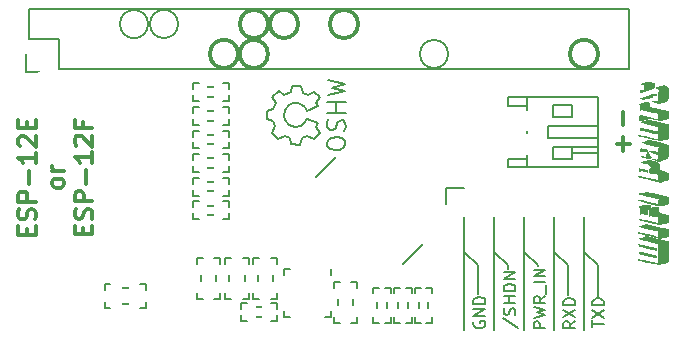
<source format=gto>
G04 #@! TF.FileFunction,Legend,Top*
%FSLAX46Y46*%
G04 Gerber Fmt 4.6, Leading zero omitted, Abs format (unit mm)*
G04 Created by KiCad (PCBNEW 4.0.2-4+6225~38~ubuntu15.10.1-stable) date Sun 20 Mar 2016 03:01:37 AM CDT*
%MOMM*%
G01*
G04 APERTURE LIST*
%ADD10C,0.100000*%
%ADD11C,0.300000*%
%ADD12C,0.150000*%
%ADD13C,0.200000*%
%ADD14C,0.203200*%
%ADD15C,0.010000*%
%ADD16C,2.540000*%
%ADD17C,6.500000*%
%ADD18O,2.160000X1.260000*%
%ADD19R,1.260000X1.360000*%
%ADD20O,1.260000X2.160000*%
%ADD21R,1.860000X1.360000*%
%ADD22O,1.860000X1.360000*%
%ADD23R,1.060000X1.160000*%
%ADD24R,1.310000X1.610000*%
%ADD25R,1.110000X1.160000*%
%ADD26R,1.610000X1.310000*%
%ADD27R,1.160000X1.060000*%
%ADD28O,0.420000X0.965000*%
%ADD29R,1.115000X0.840000*%
%ADD30C,0.668000*%
%ADD31R,1.887200X2.192000*%
%ADD32O,1.887200X2.192000*%
%ADD33R,1.887200X1.887200*%
%ADD34O,1.887200X1.887200*%
G04 APERTURE END LIST*
D10*
D11*
X92329000Y-89768680D02*
G75*
G03X92329000Y-89768680I-1190683J0D01*
G01*
D12*
X84720683Y-87229317D02*
G75*
G03X84720683Y-87229317I-1190683J0D01*
G01*
D13*
X119090000Y-103600000D02*
X119090000Y-113120000D01*
X116550000Y-103600000D02*
X116550000Y-113120000D01*
X114010000Y-103600000D02*
X114010000Y-113120000D01*
X111470000Y-103600000D02*
X111470000Y-113120000D01*
X120240372Y-107630000D02*
X120240000Y-110240000D01*
X117700372Y-107630000D02*
X117700000Y-110220000D01*
X115160372Y-107630000D02*
X115160000Y-107760000D01*
X112620372Y-107630000D02*
X112620000Y-107990000D01*
X119140372Y-106624412D02*
X120240372Y-107624412D01*
X116600372Y-106624412D02*
X117700372Y-107624412D01*
X114060372Y-106624412D02*
X115160372Y-107624412D01*
X111520372Y-106624412D02*
X112620372Y-107624412D01*
X108930000Y-103600000D02*
X108930000Y-113120000D01*
X110080372Y-107630000D02*
X110080000Y-110100000D01*
X108980372Y-106624412D02*
X110080372Y-107624412D01*
D11*
X121856572Y-97389143D02*
X122999429Y-97389143D01*
X122428000Y-97960571D02*
X122428000Y-96817714D01*
X122408143Y-95821428D02*
X122408143Y-94678571D01*
D12*
X118342381Y-112410476D02*
X117866190Y-112743810D01*
X118342381Y-112981905D02*
X117342381Y-112981905D01*
X117342381Y-112600952D01*
X117390000Y-112505714D01*
X117437619Y-112458095D01*
X117532857Y-112410476D01*
X117675714Y-112410476D01*
X117770952Y-112458095D01*
X117818571Y-112505714D01*
X117866190Y-112600952D01*
X117866190Y-112981905D01*
X117342381Y-112077143D02*
X118342381Y-111410476D01*
X117342381Y-111410476D02*
X118342381Y-112077143D01*
X118342381Y-111029524D02*
X117342381Y-111029524D01*
X117342381Y-110791429D01*
X117390000Y-110648571D01*
X117485238Y-110553333D01*
X117580476Y-110505714D01*
X117770952Y-110458095D01*
X117913810Y-110458095D01*
X118104286Y-110505714D01*
X118199524Y-110553333D01*
X118294762Y-110648571D01*
X118342381Y-110791429D01*
X118342381Y-111029524D01*
X119792381Y-112894762D02*
X119792381Y-112323333D01*
X120792381Y-112609048D02*
X119792381Y-112609048D01*
X119792381Y-112085238D02*
X120792381Y-111418571D01*
X119792381Y-111418571D02*
X120792381Y-112085238D01*
X120792381Y-111037619D02*
X119792381Y-111037619D01*
X119792381Y-110799524D01*
X119840000Y-110656666D01*
X119935238Y-110561428D01*
X120030476Y-110513809D01*
X120220952Y-110466190D01*
X120363810Y-110466190D01*
X120554286Y-110513809D01*
X120649524Y-110561428D01*
X120744762Y-110656666D01*
X120792381Y-110799524D01*
X120792381Y-111037619D01*
X115822381Y-112991905D02*
X114822381Y-112991905D01*
X114822381Y-112610952D01*
X114870000Y-112515714D01*
X114917619Y-112468095D01*
X115012857Y-112420476D01*
X115155714Y-112420476D01*
X115250952Y-112468095D01*
X115298571Y-112515714D01*
X115346190Y-112610952D01*
X115346190Y-112991905D01*
X114822381Y-112087143D02*
X115822381Y-111849048D01*
X115108095Y-111658571D01*
X115822381Y-111468095D01*
X114822381Y-111230000D01*
X115822381Y-110277619D02*
X115346190Y-110610953D01*
X115822381Y-110849048D02*
X114822381Y-110849048D01*
X114822381Y-110468095D01*
X114870000Y-110372857D01*
X114917619Y-110325238D01*
X115012857Y-110277619D01*
X115155714Y-110277619D01*
X115250952Y-110325238D01*
X115298571Y-110372857D01*
X115346190Y-110468095D01*
X115346190Y-110849048D01*
X115917619Y-110087143D02*
X115917619Y-109325238D01*
X115822381Y-109087143D02*
X114822381Y-109087143D01*
X115822381Y-108610953D02*
X114822381Y-108610953D01*
X115822381Y-108039524D01*
X114822381Y-108039524D01*
X82180000Y-87240000D02*
G75*
G03X82180000Y-87240000I-1190683J0D01*
G01*
X112244762Y-112157619D02*
X113530476Y-113014762D01*
X113244762Y-111871905D02*
X113292381Y-111729048D01*
X113292381Y-111490952D01*
X113244762Y-111395714D01*
X113197143Y-111348095D01*
X113101905Y-111300476D01*
X113006667Y-111300476D01*
X112911429Y-111348095D01*
X112863810Y-111395714D01*
X112816190Y-111490952D01*
X112768571Y-111681429D01*
X112720952Y-111776667D01*
X112673333Y-111824286D01*
X112578095Y-111871905D01*
X112482857Y-111871905D01*
X112387619Y-111824286D01*
X112340000Y-111776667D01*
X112292381Y-111681429D01*
X112292381Y-111443333D01*
X112340000Y-111300476D01*
X113292381Y-110871905D02*
X112292381Y-110871905D01*
X112768571Y-110871905D02*
X112768571Y-110300476D01*
X113292381Y-110300476D02*
X112292381Y-110300476D01*
X113292381Y-109824286D02*
X112292381Y-109824286D01*
X112292381Y-109586191D01*
X112340000Y-109443333D01*
X112435238Y-109348095D01*
X112530476Y-109300476D01*
X112720952Y-109252857D01*
X112863810Y-109252857D01*
X113054286Y-109300476D01*
X113149524Y-109348095D01*
X113244762Y-109443333D01*
X113292381Y-109586191D01*
X113292381Y-109824286D01*
X113292381Y-108824286D02*
X112292381Y-108824286D01*
X113292381Y-108252857D01*
X112292381Y-108252857D01*
X109780000Y-112438095D02*
X109732381Y-112533333D01*
X109732381Y-112676190D01*
X109780000Y-112819048D01*
X109875238Y-112914286D01*
X109970476Y-112961905D01*
X110160952Y-113009524D01*
X110303810Y-113009524D01*
X110494286Y-112961905D01*
X110589524Y-112914286D01*
X110684762Y-112819048D01*
X110732381Y-112676190D01*
X110732381Y-112580952D01*
X110684762Y-112438095D01*
X110637143Y-112390476D01*
X110303810Y-112390476D01*
X110303810Y-112580952D01*
X110732381Y-111961905D02*
X109732381Y-111961905D01*
X110732381Y-111390476D01*
X109732381Y-111390476D01*
X110732381Y-110914286D02*
X109732381Y-110914286D01*
X109732381Y-110676191D01*
X109780000Y-110533333D01*
X109875238Y-110438095D01*
X109970476Y-110390476D01*
X110160952Y-110342857D01*
X110303810Y-110342857D01*
X110494286Y-110390476D01*
X110589524Y-110438095D01*
X110684762Y-110533333D01*
X110732381Y-110676191D01*
X110732381Y-110914286D01*
D11*
X120281123Y-89766717D02*
G75*
G03X120281123Y-89766717I-1190683J0D01*
G01*
D12*
X107579160Y-89773760D02*
G75*
G03X107579160Y-89773760I-1190683J0D01*
G01*
D11*
X99959160Y-87233760D02*
G75*
G03X99959160Y-87233760I-1190683J0D01*
G01*
X92341123Y-87233760D02*
G75*
G03X92341123Y-87233760I-1190683J0D01*
G01*
X94884240Y-87228680D02*
G75*
G03X94884240Y-87228680I-1190683J0D01*
G01*
X89799160Y-89768680D02*
G75*
G03X89799160Y-89768680I-1190683J0D01*
G01*
X71892857Y-105071428D02*
X71892857Y-104571428D01*
X72678571Y-104357142D02*
X72678571Y-105071428D01*
X71178571Y-105071428D01*
X71178571Y-104357142D01*
X72607143Y-103785714D02*
X72678571Y-103571428D01*
X72678571Y-103214285D01*
X72607143Y-103071428D01*
X72535714Y-102999999D01*
X72392857Y-102928571D01*
X72250000Y-102928571D01*
X72107143Y-102999999D01*
X72035714Y-103071428D01*
X71964286Y-103214285D01*
X71892857Y-103499999D01*
X71821429Y-103642857D01*
X71750000Y-103714285D01*
X71607143Y-103785714D01*
X71464286Y-103785714D01*
X71321429Y-103714285D01*
X71250000Y-103642857D01*
X71178571Y-103499999D01*
X71178571Y-103142857D01*
X71250000Y-102928571D01*
X72678571Y-102285714D02*
X71178571Y-102285714D01*
X71178571Y-101714286D01*
X71250000Y-101571428D01*
X71321429Y-101500000D01*
X71464286Y-101428571D01*
X71678571Y-101428571D01*
X71821429Y-101500000D01*
X71892857Y-101571428D01*
X71964286Y-101714286D01*
X71964286Y-102285714D01*
X72107143Y-100785714D02*
X72107143Y-99642857D01*
X72678571Y-98142857D02*
X72678571Y-99000000D01*
X72678571Y-98571428D02*
X71178571Y-98571428D01*
X71392857Y-98714285D01*
X71535714Y-98857143D01*
X71607143Y-99000000D01*
X71321429Y-97571429D02*
X71250000Y-97500000D01*
X71178571Y-97357143D01*
X71178571Y-97000000D01*
X71250000Y-96857143D01*
X71321429Y-96785714D01*
X71464286Y-96714286D01*
X71607143Y-96714286D01*
X71821429Y-96785714D01*
X72678571Y-97642857D01*
X72678571Y-96714286D01*
X71892857Y-96071429D02*
X71892857Y-95571429D01*
X72678571Y-95357143D02*
X72678571Y-96071429D01*
X71178571Y-96071429D01*
X71178571Y-95357143D01*
X75078571Y-100821428D02*
X75007143Y-100964286D01*
X74935714Y-101035714D01*
X74792857Y-101107143D01*
X74364286Y-101107143D01*
X74221429Y-101035714D01*
X74150000Y-100964286D01*
X74078571Y-100821428D01*
X74078571Y-100607143D01*
X74150000Y-100464286D01*
X74221429Y-100392857D01*
X74364286Y-100321428D01*
X74792857Y-100321428D01*
X74935714Y-100392857D01*
X75007143Y-100464286D01*
X75078571Y-100607143D01*
X75078571Y-100821428D01*
X75078571Y-99678571D02*
X74078571Y-99678571D01*
X74364286Y-99678571D02*
X74221429Y-99607143D01*
X74150000Y-99535714D01*
X74078571Y-99392857D01*
X74078571Y-99250000D01*
X76692857Y-105035713D02*
X76692857Y-104535713D01*
X77478571Y-104321427D02*
X77478571Y-105035713D01*
X75978571Y-105035713D01*
X75978571Y-104321427D01*
X77407143Y-103749999D02*
X77478571Y-103535713D01*
X77478571Y-103178570D01*
X77407143Y-103035713D01*
X77335714Y-102964284D01*
X77192857Y-102892856D01*
X77050000Y-102892856D01*
X76907143Y-102964284D01*
X76835714Y-103035713D01*
X76764286Y-103178570D01*
X76692857Y-103464284D01*
X76621429Y-103607142D01*
X76550000Y-103678570D01*
X76407143Y-103749999D01*
X76264286Y-103749999D01*
X76121429Y-103678570D01*
X76050000Y-103607142D01*
X75978571Y-103464284D01*
X75978571Y-103107142D01*
X76050000Y-102892856D01*
X77478571Y-102249999D02*
X75978571Y-102249999D01*
X75978571Y-101678571D01*
X76050000Y-101535713D01*
X76121429Y-101464285D01*
X76264286Y-101392856D01*
X76478571Y-101392856D01*
X76621429Y-101464285D01*
X76692857Y-101535713D01*
X76764286Y-101678571D01*
X76764286Y-102249999D01*
X76907143Y-100749999D02*
X76907143Y-99607142D01*
X77478571Y-98107142D02*
X77478571Y-98964285D01*
X77478571Y-98535713D02*
X75978571Y-98535713D01*
X76192857Y-98678570D01*
X76335714Y-98821428D01*
X76407143Y-98964285D01*
X76121429Y-97535714D02*
X76050000Y-97464285D01*
X75978571Y-97321428D01*
X75978571Y-96964285D01*
X76050000Y-96821428D01*
X76121429Y-96749999D01*
X76264286Y-96678571D01*
X76407143Y-96678571D01*
X76621429Y-96749999D01*
X77478571Y-97607142D01*
X77478571Y-96678571D01*
X76692857Y-95535714D02*
X76692857Y-96035714D01*
X77478571Y-96035714D02*
X75978571Y-96035714D01*
X75978571Y-95321428D01*
D12*
X120260000Y-96890000D02*
X116010000Y-96890000D01*
X116010000Y-96890000D02*
X116010000Y-95890000D01*
X116010000Y-95890000D02*
X120260000Y-95890000D01*
X114260000Y-98290000D02*
X114260000Y-98640000D01*
X114260000Y-98640000D02*
X112660000Y-98640000D01*
X112660000Y-98640000D02*
X112660000Y-99340000D01*
X112660000Y-99340000D02*
X120260000Y-99340000D01*
X120260000Y-99340000D02*
X120260000Y-93440000D01*
X120260000Y-93440000D02*
X112660000Y-93440000D01*
X112660000Y-93440000D02*
X112660000Y-94140000D01*
X112660000Y-94140000D02*
X114260000Y-94140000D01*
X114260000Y-94140000D02*
X114260000Y-94490000D01*
X114260000Y-99340000D02*
X114260000Y-98640000D01*
X114260000Y-93440000D02*
X114260000Y-94140000D01*
X116510000Y-98690000D02*
X118110000Y-98690000D01*
X118110000Y-98690000D02*
X118110000Y-97690000D01*
X118110000Y-97690000D02*
X116510000Y-97690000D01*
X116510000Y-97690000D02*
X116510000Y-98690000D01*
X116510000Y-94090000D02*
X118110000Y-94090000D01*
X118110000Y-94090000D02*
X118110000Y-95090000D01*
X118110000Y-95090000D02*
X116510000Y-95090000D01*
X116510000Y-95090000D02*
X116510000Y-94090000D01*
X118110000Y-97690000D02*
X120260000Y-97690000D01*
X118110000Y-98190000D02*
X120260000Y-98190000D01*
X114260000Y-96490000D02*
X114260000Y-96290000D01*
D14*
X89000000Y-101760000D02*
X88500000Y-101760000D01*
X89000000Y-101260000D02*
X89000000Y-101760000D01*
X89000000Y-100260000D02*
X89000000Y-100760000D01*
X88500000Y-100260000D02*
X89000000Y-100260000D01*
X86000000Y-100260000D02*
X86500000Y-100260000D01*
X86000000Y-100760000D02*
X86000000Y-100260000D01*
X86000000Y-101760000D02*
X86000000Y-101260000D01*
X86000000Y-101760000D02*
X86500000Y-101760000D01*
X88300000Y-101410000D02*
X88300000Y-100610000D01*
X88300000Y-100610000D02*
X86700000Y-100610000D01*
X86700000Y-100610000D02*
X86700000Y-101410000D01*
X86700000Y-101410000D02*
X88300000Y-101410000D01*
X89000000Y-103760000D02*
X88500000Y-103760000D01*
X89000000Y-103260000D02*
X89000000Y-103760000D01*
X89000000Y-102260000D02*
X89000000Y-102760000D01*
X88500000Y-102260000D02*
X89000000Y-102260000D01*
X86000000Y-102260000D02*
X86500000Y-102260000D01*
X86000000Y-102760000D02*
X86000000Y-102260000D01*
X86000000Y-103760000D02*
X86000000Y-103260000D01*
X86000000Y-103760000D02*
X86500000Y-103760000D01*
X88300000Y-103410000D02*
X88300000Y-102610000D01*
X88300000Y-102610000D02*
X86700000Y-102610000D01*
X86700000Y-102610000D02*
X86700000Y-103410000D01*
X86700000Y-103410000D02*
X88300000Y-103410000D01*
X89000000Y-97760000D02*
X88500000Y-97760000D01*
X89000000Y-97260000D02*
X89000000Y-97760000D01*
X89000000Y-96260000D02*
X89000000Y-96760000D01*
X88500000Y-96260000D02*
X89000000Y-96260000D01*
X86000000Y-96260000D02*
X86500000Y-96260000D01*
X86000000Y-96760000D02*
X86000000Y-96260000D01*
X86000000Y-97760000D02*
X86000000Y-97260000D01*
X86000000Y-97760000D02*
X86500000Y-97760000D01*
X88300000Y-97410000D02*
X88300000Y-96610000D01*
X88300000Y-96610000D02*
X86700000Y-96610000D01*
X86700000Y-96610000D02*
X86700000Y-97410000D01*
X86700000Y-97410000D02*
X88300000Y-97410000D01*
X89000000Y-99760000D02*
X88500000Y-99760000D01*
X89000000Y-99260000D02*
X89000000Y-99760000D01*
X89000000Y-98260000D02*
X89000000Y-98760000D01*
X88500000Y-98260000D02*
X89000000Y-98260000D01*
X86000000Y-98260000D02*
X86500000Y-98260000D01*
X86000000Y-98760000D02*
X86000000Y-98260000D01*
X86000000Y-99760000D02*
X86000000Y-99260000D01*
X86000000Y-99760000D02*
X86500000Y-99760000D01*
X88300000Y-99410000D02*
X88300000Y-98610000D01*
X88300000Y-98610000D02*
X86700000Y-98610000D01*
X86700000Y-98610000D02*
X86700000Y-99410000D01*
X86700000Y-99410000D02*
X88300000Y-99410000D01*
X89000000Y-93760000D02*
X88500000Y-93760000D01*
X89000000Y-93260000D02*
X89000000Y-93760000D01*
X89000000Y-92260000D02*
X89000000Y-92760000D01*
X88500000Y-92260000D02*
X89000000Y-92260000D01*
X86000000Y-92260000D02*
X86500000Y-92260000D01*
X86000000Y-92760000D02*
X86000000Y-92260000D01*
X86000000Y-93760000D02*
X86000000Y-93260000D01*
X86000000Y-93760000D02*
X86500000Y-93760000D01*
X88300000Y-93410000D02*
X88300000Y-92610000D01*
X88300000Y-92610000D02*
X86700000Y-92610000D01*
X86700000Y-92610000D02*
X86700000Y-93410000D01*
X86700000Y-93410000D02*
X88300000Y-93410000D01*
X89000000Y-95760000D02*
X88500000Y-95760000D01*
X89000000Y-95260000D02*
X89000000Y-95760000D01*
X89000000Y-94260000D02*
X89000000Y-94760000D01*
X88500000Y-94260000D02*
X89000000Y-94260000D01*
X86000000Y-94260000D02*
X86500000Y-94260000D01*
X86000000Y-94760000D02*
X86000000Y-94260000D01*
X86000000Y-95760000D02*
X86000000Y-95260000D01*
X86000000Y-95760000D02*
X86500000Y-95760000D01*
X88300000Y-95410000D02*
X88300000Y-94610000D01*
X88300000Y-94610000D02*
X86700000Y-94610000D01*
X86700000Y-94610000D02*
X86700000Y-95410000D01*
X86700000Y-95410000D02*
X88300000Y-95410000D01*
X79750000Y-110920000D02*
X79750000Y-109620000D01*
X80750000Y-110920000D02*
X80750000Y-109620000D01*
X81250000Y-110920000D02*
X81250000Y-109620000D01*
X81250000Y-109620000D02*
X79250000Y-109620000D01*
X79250000Y-109620000D02*
X79250000Y-110920000D01*
X79250000Y-110920000D02*
X81250000Y-110920000D01*
X78500000Y-109770000D02*
X78500000Y-109270000D01*
X78500000Y-109270000D02*
X79000000Y-109270000D01*
X79000000Y-111270000D02*
X78500000Y-111270000D01*
X78500000Y-111270000D02*
X78500000Y-110770000D01*
X82000000Y-109770000D02*
X82000000Y-109270000D01*
X82000000Y-109270000D02*
X81500000Y-109270000D01*
X81500000Y-111270000D02*
X82000000Y-111270000D01*
X82000000Y-111270000D02*
X82000000Y-110770000D01*
X90025000Y-112350000D02*
X90025000Y-111850000D01*
X90025000Y-112350000D02*
X90525000Y-112350000D01*
X90025000Y-110850000D02*
X90025000Y-111350000D01*
X90025000Y-110850000D02*
X90525000Y-110850000D01*
X93125000Y-110850000D02*
X92625000Y-110850000D01*
X93125000Y-110850000D02*
X93125000Y-111350000D01*
X93125000Y-112350000D02*
X92625000Y-112350000D01*
X93125000Y-112350000D02*
X93125000Y-111850000D01*
X91175000Y-112000000D02*
X91175000Y-111200000D01*
X91975000Y-112000000D02*
X91975000Y-111200000D01*
X92375000Y-112000000D02*
X92375000Y-111200000D01*
X92375000Y-111200000D02*
X90775000Y-111200000D01*
X90775000Y-111200000D02*
X90775000Y-112000000D01*
X90775000Y-112000000D02*
X92375000Y-112000000D01*
X98250000Y-110306000D02*
X99550000Y-110306000D01*
X98250000Y-111306000D02*
X99550000Y-111306000D01*
X98250000Y-111806000D02*
X99550000Y-111806000D01*
X99550000Y-111806000D02*
X99550000Y-109806000D01*
X99550000Y-109806000D02*
X98250000Y-109806000D01*
X98250000Y-109806000D02*
X98250000Y-111806000D01*
X99400000Y-109056000D02*
X99900000Y-109056000D01*
X99900000Y-109056000D02*
X99900000Y-109556000D01*
X97900000Y-109556000D02*
X97900000Y-109056000D01*
X97900000Y-109056000D02*
X98400000Y-109056000D01*
X99400000Y-112556000D02*
X99900000Y-112556000D01*
X99900000Y-112556000D02*
X99900000Y-112056000D01*
X97900000Y-112056000D02*
X97900000Y-112556000D01*
X97900000Y-112556000D02*
X98400000Y-112556000D01*
X92750000Y-109300000D02*
X91450000Y-109300000D01*
X92750000Y-108300000D02*
X91450000Y-108300000D01*
X92750000Y-107800000D02*
X91450000Y-107800000D01*
X91450000Y-107800000D02*
X91450000Y-109800000D01*
X91450000Y-109800000D02*
X92750000Y-109800000D01*
X92750000Y-109800000D02*
X92750000Y-107800000D01*
X91600000Y-110550000D02*
X91100000Y-110550000D01*
X91100000Y-110550000D02*
X91100000Y-110050000D01*
X93100000Y-110050000D02*
X93100000Y-110550000D01*
X93100000Y-110550000D02*
X92600000Y-110550000D01*
X91600000Y-107050000D02*
X91100000Y-107050000D01*
X91100000Y-107050000D02*
X91100000Y-107550000D01*
X93100000Y-107550000D02*
X93100000Y-107050000D01*
X93100000Y-107050000D02*
X92600000Y-107050000D01*
X87950000Y-109300000D02*
X86650000Y-109300000D01*
X87950000Y-108300000D02*
X86650000Y-108300000D01*
X87950000Y-107800000D02*
X86650000Y-107800000D01*
X86650000Y-107800000D02*
X86650000Y-109800000D01*
X86650000Y-109800000D02*
X87950000Y-109800000D01*
X87950000Y-109800000D02*
X87950000Y-107800000D01*
X86800000Y-110550000D02*
X86300000Y-110550000D01*
X86300000Y-110550000D02*
X86300000Y-110050000D01*
X88300000Y-110050000D02*
X88300000Y-110550000D01*
X88300000Y-110550000D02*
X87800000Y-110550000D01*
X86800000Y-107050000D02*
X86300000Y-107050000D01*
X86300000Y-107050000D02*
X86300000Y-107550000D01*
X88300000Y-107550000D02*
X88300000Y-107050000D01*
X88300000Y-107050000D02*
X87800000Y-107050000D01*
X90350000Y-109300000D02*
X89050000Y-109300000D01*
X90350000Y-108300000D02*
X89050000Y-108300000D01*
X90350000Y-107800000D02*
X89050000Y-107800000D01*
X89050000Y-107800000D02*
X89050000Y-109800000D01*
X89050000Y-109800000D02*
X90350000Y-109800000D01*
X90350000Y-109800000D02*
X90350000Y-107800000D01*
X89200000Y-110550000D02*
X88700000Y-110550000D01*
X88700000Y-110550000D02*
X88700000Y-110050000D01*
X90700000Y-110050000D02*
X90700000Y-110550000D01*
X90700000Y-110550000D02*
X90200000Y-110550000D01*
X89200000Y-107050000D02*
X88700000Y-107050000D01*
X88700000Y-107050000D02*
X88700000Y-107550000D01*
X90700000Y-107550000D02*
X90700000Y-107050000D01*
X90700000Y-107050000D02*
X90200000Y-107050000D01*
X102750000Y-109550000D02*
X102750000Y-110050000D01*
X102250000Y-109550000D02*
X102750000Y-109550000D01*
X101250000Y-109550000D02*
X101750000Y-109550000D01*
X101250000Y-110050000D02*
X101250000Y-109550000D01*
X101250000Y-112550000D02*
X101250000Y-112050000D01*
X101750000Y-112550000D02*
X101250000Y-112550000D01*
X102750000Y-112550000D02*
X102250000Y-112550000D01*
X102750000Y-112550000D02*
X102750000Y-112050000D01*
X102400000Y-110250000D02*
X101600000Y-110250000D01*
X101600000Y-110250000D02*
X101600000Y-111850000D01*
X101600000Y-111850000D02*
X102400000Y-111850000D01*
X102400000Y-111850000D02*
X102400000Y-110250000D01*
D12*
X97700000Y-108500000D02*
X97700000Y-108000000D01*
X93700000Y-111500000D02*
X93700000Y-112000000D01*
X93700000Y-112000000D02*
X94200000Y-112000000D01*
X97200000Y-112000000D02*
X97700000Y-112000000D01*
X97700000Y-112000000D02*
X97700000Y-111500000D01*
X94200000Y-108000000D02*
X93700000Y-108000000D01*
X93700000Y-108000000D02*
X93700000Y-108500000D01*
X107380000Y-101160000D02*
X108930000Y-101160000D01*
X107380000Y-102460000D02*
X107380000Y-101160000D01*
X105425483Y-105878427D02*
X103728427Y-107575483D01*
X96374517Y-100221573D02*
X98071573Y-98524517D01*
X122900000Y-85960000D02*
X72100000Y-85960000D01*
X74640000Y-91040000D02*
X122900000Y-91040000D01*
X122900000Y-85960000D02*
X122900000Y-91040000D01*
X72100000Y-85960000D02*
X72100000Y-88500000D01*
X73370000Y-91320000D02*
X71820000Y-91320000D01*
X72100000Y-88500000D02*
X74640000Y-88500000D01*
X74640000Y-88500000D02*
X74640000Y-91040000D01*
X71820000Y-91320000D02*
X71820000Y-89770000D01*
X97389860Y-93281220D02*
X98860520Y-92920540D01*
X98860520Y-92920540D02*
X97798800Y-92641140D01*
X97798800Y-92641140D02*
X98870680Y-92331260D01*
X98870680Y-92331260D02*
X97420340Y-91990900D01*
X98080740Y-94701080D02*
X98070580Y-93911140D01*
X98070580Y-93911140D02*
X98080740Y-93900980D01*
X98080740Y-93900980D02*
X98070580Y-93900980D01*
X97359380Y-93860340D02*
X98901160Y-93860340D01*
X97349220Y-94749340D02*
X98918940Y-94749340D01*
X98918940Y-94749340D02*
X98908780Y-94739180D01*
X97450820Y-95300520D02*
X97369540Y-95651040D01*
X97369540Y-95651040D02*
X97359380Y-95971080D01*
X97359380Y-95971080D02*
X97560040Y-96209840D01*
X97560040Y-96209840D02*
X97829280Y-96240320D01*
X97829280Y-96240320D02*
X98070580Y-95999020D01*
X98070580Y-95999020D02*
X98200120Y-95610400D01*
X98200120Y-95610400D02*
X98360140Y-95430060D01*
X98360140Y-95430060D02*
X98659860Y-95389420D01*
X98659860Y-95389420D02*
X98880840Y-95620560D01*
X98880840Y-95620560D02*
X98908780Y-95940600D01*
X98908780Y-95940600D02*
X98799560Y-96291120D01*
X97349220Y-97329980D02*
X97369540Y-97578900D01*
X97369540Y-97578900D02*
X97610840Y-97820200D01*
X97610840Y-97820200D02*
X98101060Y-97909100D01*
X98101060Y-97909100D02*
X98449040Y-97881160D01*
X98449040Y-97881160D02*
X98769080Y-97680500D01*
X98769080Y-97680500D02*
X98891000Y-97429040D01*
X98891000Y-97429040D02*
X98819880Y-97119160D01*
X98819880Y-97119160D02*
X98639540Y-96900720D01*
X98639540Y-96900720D02*
X98179800Y-96829600D01*
X98179800Y-96829600D02*
X97770860Y-96880400D01*
X97770860Y-96880400D02*
X97488920Y-96989620D01*
X97488920Y-96989620D02*
X97359380Y-97350300D01*
X95629640Y-96730540D02*
X96190980Y-96989620D01*
X96190980Y-96989620D02*
X96709140Y-96451140D01*
X96709140Y-96451140D02*
X96439900Y-95930440D01*
X96439900Y-95930440D02*
X96599920Y-95651040D01*
X96579600Y-94210860D02*
X96389100Y-93880660D01*
X96389100Y-93880660D02*
X96719300Y-93441240D01*
X96719300Y-93441240D02*
X96229080Y-92968800D01*
X96229080Y-92968800D02*
X95749020Y-93250740D01*
X95749020Y-93250740D02*
X95279120Y-93060240D01*
X95279120Y-93060240D02*
X95091160Y-92450640D01*
X95091160Y-92450640D02*
X94410440Y-92450640D01*
X94410440Y-92450640D02*
X94270740Y-93009440D01*
X94270740Y-93009440D02*
X93699240Y-93210100D01*
X93699240Y-93210100D02*
X93229340Y-92940860D01*
X93229340Y-92940860D02*
X92718800Y-93410760D01*
X92718800Y-93410760D02*
X92980420Y-93928920D01*
X92980420Y-93928920D02*
X92779760Y-94398820D01*
X92779760Y-94398820D02*
X92238740Y-94569000D01*
X92238740Y-94569000D02*
X92220960Y-95259880D01*
X92220960Y-95259880D02*
X92769600Y-95470700D01*
X92769600Y-95470700D02*
X92939780Y-95889800D01*
X92939780Y-95889800D02*
X92670540Y-96440980D01*
X92670540Y-96440980D02*
X93198860Y-96959140D01*
X93198860Y-96959140D02*
X93739880Y-96710220D01*
X93739880Y-96710220D02*
X94219940Y-96880400D01*
X94219940Y-96880400D02*
X94319000Y-97429040D01*
X94319000Y-97429040D02*
X95020040Y-97439200D01*
X95020040Y-97439200D02*
X95220700Y-96880400D01*
X95220700Y-96880400D02*
X95619480Y-96740700D01*
X95599160Y-94599480D02*
X95449300Y-94299760D01*
X95449300Y-94299760D02*
X95251180Y-94099100D01*
X95251180Y-94099100D02*
X94849860Y-93949240D01*
X94849860Y-93949240D02*
X94451080Y-93949240D01*
X94451080Y-93949240D02*
X94100560Y-94099100D01*
X94100560Y-94099100D02*
X93750040Y-94551220D01*
X93750040Y-94551220D02*
X93699240Y-95000800D01*
X93699240Y-95000800D02*
X93800840Y-95399580D01*
X93800840Y-95399580D02*
X94148820Y-95800900D01*
X94148820Y-95800900D02*
X94600940Y-95950760D01*
X94600940Y-95950760D02*
X95098780Y-95899960D01*
X95098780Y-95899960D02*
X95401040Y-95651040D01*
X95401040Y-95651040D02*
X95599160Y-95300520D01*
X95599160Y-95300520D02*
X96599920Y-95651040D01*
X95599160Y-94599480D02*
X96599920Y-94200700D01*
D14*
X104500000Y-109550000D02*
X104500000Y-110050000D01*
X104000000Y-109550000D02*
X104500000Y-109550000D01*
X103000000Y-109550000D02*
X103500000Y-109550000D01*
X103000000Y-110050000D02*
X103000000Y-109550000D01*
X103000000Y-112550000D02*
X103000000Y-112050000D01*
X103500000Y-112550000D02*
X103000000Y-112550000D01*
X104500000Y-112550000D02*
X104000000Y-112550000D01*
X104500000Y-112550000D02*
X104500000Y-112050000D01*
X104150000Y-110250000D02*
X103350000Y-110250000D01*
X103350000Y-110250000D02*
X103350000Y-111850000D01*
X103350000Y-111850000D02*
X104150000Y-111850000D01*
X104150000Y-111850000D02*
X104150000Y-110250000D01*
X104750000Y-112550000D02*
X104750000Y-112050000D01*
X105250000Y-112550000D02*
X104750000Y-112550000D01*
X106250000Y-112550000D02*
X105750000Y-112550000D01*
X106250000Y-112050000D02*
X106250000Y-112550000D01*
X106250000Y-109550000D02*
X106250000Y-110050000D01*
X105750000Y-109550000D02*
X106250000Y-109550000D01*
X104750000Y-109550000D02*
X105250000Y-109550000D01*
X104750000Y-109550000D02*
X104750000Y-110050000D01*
X105100000Y-111850000D02*
X105900000Y-111850000D01*
X105900000Y-111850000D02*
X105900000Y-110250000D01*
X105900000Y-110250000D02*
X105100000Y-110250000D01*
X105100000Y-110250000D02*
X105100000Y-111850000D01*
D15*
G36*
X124014362Y-97228791D02*
X124067221Y-97210221D01*
X124146353Y-97185242D01*
X124244425Y-97156235D01*
X124280967Y-97145825D01*
X124566821Y-97065166D01*
X125405612Y-97262388D01*
X126244403Y-97459609D01*
X126244403Y-98440662D01*
X126151497Y-98531843D01*
X126116087Y-98565327D01*
X126082657Y-98591518D01*
X126043919Y-98613339D01*
X125992589Y-98633712D01*
X125921381Y-98655563D01*
X125823009Y-98681813D01*
X125700578Y-98712782D01*
X125342565Y-98802541D01*
X125098538Y-98729823D01*
X124989495Y-98697106D01*
X124915316Y-98673882D01*
X124870135Y-98657725D01*
X124848084Y-98646209D01*
X124843298Y-98636908D01*
X124849909Y-98627397D01*
X124850176Y-98627128D01*
X124875221Y-98626325D01*
X124931328Y-98635246D01*
X125008702Y-98652142D01*
X125054573Y-98663624D01*
X125245622Y-98713469D01*
X125310008Y-98651783D01*
X125340967Y-98619909D01*
X125359979Y-98589452D01*
X125369949Y-98549217D01*
X125373784Y-98488009D01*
X125374394Y-98403836D01*
X125375377Y-98313030D01*
X125379644Y-98255305D01*
X125389174Y-98221319D01*
X125405946Y-98201734D01*
X125418906Y-98193753D01*
X125463418Y-98169931D01*
X125418906Y-98138754D01*
X125397156Y-98118903D01*
X125383854Y-98090174D01*
X125376995Y-98042815D01*
X125374572Y-97967075D01*
X125374394Y-97922378D01*
X125374949Y-97833226D01*
X125378518Y-97776505D01*
X125387961Y-97742207D01*
X125406139Y-97720322D01*
X125435910Y-97700841D01*
X125438054Y-97699574D01*
X125480584Y-97670642D01*
X125501243Y-97649107D01*
X125501620Y-97647255D01*
X125481768Y-97638877D01*
X125425294Y-97621482D01*
X125336757Y-97596316D01*
X125220715Y-97564623D01*
X125081726Y-97527646D01*
X124924350Y-97486632D01*
X124753144Y-97442823D01*
X124748320Y-97441600D01*
X124576821Y-97397806D01*
X124419027Y-97356899D01*
X124279496Y-97320108D01*
X124162785Y-97288659D01*
X124073448Y-97263782D01*
X124016044Y-97246705D01*
X123995129Y-97238656D01*
X123995113Y-97238572D01*
X124014362Y-97228791D01*
X124014362Y-97228791D01*
G37*
X124014362Y-97228791D02*
X124067221Y-97210221D01*
X124146353Y-97185242D01*
X124244425Y-97156235D01*
X124280967Y-97145825D01*
X124566821Y-97065166D01*
X125405612Y-97262388D01*
X126244403Y-97459609D01*
X126244403Y-98440662D01*
X126151497Y-98531843D01*
X126116087Y-98565327D01*
X126082657Y-98591518D01*
X126043919Y-98613339D01*
X125992589Y-98633712D01*
X125921381Y-98655563D01*
X125823009Y-98681813D01*
X125700578Y-98712782D01*
X125342565Y-98802541D01*
X125098538Y-98729823D01*
X124989495Y-98697106D01*
X124915316Y-98673882D01*
X124870135Y-98657725D01*
X124848084Y-98646209D01*
X124843298Y-98636908D01*
X124849909Y-98627397D01*
X124850176Y-98627128D01*
X124875221Y-98626325D01*
X124931328Y-98635246D01*
X125008702Y-98652142D01*
X125054573Y-98663624D01*
X125245622Y-98713469D01*
X125310008Y-98651783D01*
X125340967Y-98619909D01*
X125359979Y-98589452D01*
X125369949Y-98549217D01*
X125373784Y-98488009D01*
X125374394Y-98403836D01*
X125375377Y-98313030D01*
X125379644Y-98255305D01*
X125389174Y-98221319D01*
X125405946Y-98201734D01*
X125418906Y-98193753D01*
X125463418Y-98169931D01*
X125418906Y-98138754D01*
X125397156Y-98118903D01*
X125383854Y-98090174D01*
X125376995Y-98042815D01*
X125374572Y-97967075D01*
X125374394Y-97922378D01*
X125374949Y-97833226D01*
X125378518Y-97776505D01*
X125387961Y-97742207D01*
X125406139Y-97720322D01*
X125435910Y-97700841D01*
X125438054Y-97699574D01*
X125480584Y-97670642D01*
X125501243Y-97649107D01*
X125501620Y-97647255D01*
X125481768Y-97638877D01*
X125425294Y-97621482D01*
X125336757Y-97596316D01*
X125220715Y-97564623D01*
X125081726Y-97527646D01*
X124924350Y-97486632D01*
X124753144Y-97442823D01*
X124748320Y-97441600D01*
X124576821Y-97397806D01*
X124419027Y-97356899D01*
X124279496Y-97320108D01*
X124162785Y-97288659D01*
X124073448Y-97263782D01*
X124016044Y-97246705D01*
X123995129Y-97238656D01*
X123995113Y-97238572D01*
X124014362Y-97228791D01*
G36*
X124845670Y-93751257D02*
X124869286Y-93749746D01*
X124924802Y-93753138D01*
X125002051Y-93760712D01*
X125037673Y-93764862D01*
X125126225Y-93775100D01*
X125184385Y-93778518D01*
X125223882Y-93773481D01*
X125256447Y-93758350D01*
X125293808Y-93731491D01*
X125297614Y-93728589D01*
X125374394Y-93670025D01*
X125374394Y-93313239D01*
X125374660Y-93182325D01*
X125375931Y-93087658D01*
X125378916Y-93023048D01*
X125384324Y-92982305D01*
X125392866Y-92959236D01*
X125405252Y-92947652D01*
X125416834Y-92942982D01*
X125445889Y-92929701D01*
X125456072Y-92908300D01*
X125446763Y-92869986D01*
X125417343Y-92805970D01*
X125405523Y-92782452D01*
X125348690Y-92695353D01*
X125282309Y-92643310D01*
X125278205Y-92641299D01*
X125231071Y-92616014D01*
X125205925Y-92597051D01*
X125204637Y-92594198D01*
X125224022Y-92584944D01*
X125277407Y-92567480D01*
X125357633Y-92543952D01*
X125457545Y-92516506D01*
X125509540Y-92502791D01*
X125630459Y-92471855D01*
X125719291Y-92451111D01*
X125784834Y-92439385D01*
X125835891Y-92435502D01*
X125881260Y-92438285D01*
X125929743Y-92446559D01*
X125930043Y-92446619D01*
X125989613Y-92460287D01*
X126030990Y-92478129D01*
X126065270Y-92509002D01*
X126103549Y-92561763D01*
X126134413Y-92609758D01*
X126223183Y-92749681D01*
X126223183Y-93517510D01*
X126116557Y-93622533D01*
X126009932Y-93727555D01*
X125670658Y-93804470D01*
X125331385Y-93881384D01*
X125097430Y-93833986D01*
X124982647Y-93809792D01*
X124904996Y-93790842D01*
X124859717Y-93775573D01*
X124842052Y-93762421D01*
X124845670Y-93751257D01*
X124845670Y-93751257D01*
G37*
X124845670Y-93751257D02*
X124869286Y-93749746D01*
X124924802Y-93753138D01*
X125002051Y-93760712D01*
X125037673Y-93764862D01*
X125126225Y-93775100D01*
X125184385Y-93778518D01*
X125223882Y-93773481D01*
X125256447Y-93758350D01*
X125293808Y-93731491D01*
X125297614Y-93728589D01*
X125374394Y-93670025D01*
X125374394Y-93313239D01*
X125374660Y-93182325D01*
X125375931Y-93087658D01*
X125378916Y-93023048D01*
X125384324Y-92982305D01*
X125392866Y-92959236D01*
X125405252Y-92947652D01*
X125416834Y-92942982D01*
X125445889Y-92929701D01*
X125456072Y-92908300D01*
X125446763Y-92869986D01*
X125417343Y-92805970D01*
X125405523Y-92782452D01*
X125348690Y-92695353D01*
X125282309Y-92643310D01*
X125278205Y-92641299D01*
X125231071Y-92616014D01*
X125205925Y-92597051D01*
X125204637Y-92594198D01*
X125224022Y-92584944D01*
X125277407Y-92567480D01*
X125357633Y-92543952D01*
X125457545Y-92516506D01*
X125509540Y-92502791D01*
X125630459Y-92471855D01*
X125719291Y-92451111D01*
X125784834Y-92439385D01*
X125835891Y-92435502D01*
X125881260Y-92438285D01*
X125929743Y-92446559D01*
X125930043Y-92446619D01*
X125989613Y-92460287D01*
X126030990Y-92478129D01*
X126065270Y-92509002D01*
X126103549Y-92561763D01*
X126134413Y-92609758D01*
X126223183Y-92749681D01*
X126223183Y-93517510D01*
X126116557Y-93622533D01*
X126009932Y-93727555D01*
X125670658Y-93804470D01*
X125331385Y-93881384D01*
X125097430Y-93833986D01*
X124982647Y-93809792D01*
X124904996Y-93790842D01*
X124859717Y-93775573D01*
X124842052Y-93762421D01*
X124845670Y-93751257D01*
G36*
X123727420Y-103747699D02*
X123758689Y-103747866D01*
X123813566Y-103754986D01*
X123895013Y-103769587D01*
X124005987Y-103792198D01*
X124149449Y-103823347D01*
X124328358Y-103863561D01*
X124534065Y-103910693D01*
X124711878Y-103951553D01*
X124877000Y-103989242D01*
X125024796Y-104022723D01*
X125150633Y-104050956D01*
X125249877Y-104072904D01*
X125317892Y-104087526D01*
X125350045Y-104093785D01*
X125351678Y-104093943D01*
X125363399Y-104073299D01*
X125371052Y-104013340D01*
X125374302Y-103917025D01*
X125374394Y-103894126D01*
X125375056Y-103800271D01*
X125378533Y-103739144D01*
X125387069Y-103701038D01*
X125402904Y-103676245D01*
X125428279Y-103655059D01*
X125429860Y-103653905D01*
X125485325Y-103613501D01*
X125118919Y-103510783D01*
X124988147Y-103474259D01*
X124890655Y-103448336D01*
X124818797Y-103432373D01*
X124764930Y-103425726D01*
X124721409Y-103427755D01*
X124680591Y-103437817D01*
X124634831Y-103455269D01*
X124605180Y-103467621D01*
X124588894Y-103471107D01*
X124578197Y-103460824D01*
X124571933Y-103430021D01*
X124568942Y-103371949D01*
X124568069Y-103279859D01*
X124568045Y-103251124D01*
X124568582Y-103148517D01*
X124571371Y-103079181D01*
X124578181Y-103033952D01*
X124590780Y-103003663D01*
X124610936Y-102979150D01*
X124622712Y-102967778D01*
X124677379Y-102916421D01*
X124628017Y-102902536D01*
X124570244Y-102891754D01*
X124509691Y-102886534D01*
X124440727Y-102884419D01*
X124440727Y-103107226D01*
X124439317Y-103198610D01*
X124435503Y-103271720D01*
X124429911Y-103317823D01*
X124424812Y-103329424D01*
X124398790Y-103324989D01*
X124340331Y-103313424D01*
X124258484Y-103296556D01*
X124175481Y-103279032D01*
X124073981Y-103257733D01*
X124005217Y-103245149D01*
X123960455Y-103240973D01*
X123930959Y-103244897D01*
X123907997Y-103256613D01*
X123891458Y-103269032D01*
X123849821Y-103297417D01*
X123822494Y-103308814D01*
X123815106Y-103289027D01*
X123809139Y-103235384D01*
X123805270Y-103156463D01*
X123804136Y-103076135D01*
X123804558Y-102973770D01*
X123807228Y-102904005D01*
X123814252Y-102857003D01*
X123827735Y-102822923D01*
X123849785Y-102791928D01*
X123869993Y-102768449D01*
X123935850Y-102693442D01*
X123833919Y-102693442D01*
X123771003Y-102690041D01*
X123749332Y-102680042D01*
X123768274Y-102663749D01*
X123827201Y-102641467D01*
X123925483Y-102613499D01*
X124062489Y-102580150D01*
X124073713Y-102577576D01*
X124190340Y-102551290D01*
X124275275Y-102533900D01*
X124338140Y-102524605D01*
X124388560Y-102522607D01*
X124436159Y-102527106D01*
X124490561Y-102537303D01*
X124509691Y-102541363D01*
X124652924Y-102572034D01*
X124652924Y-102675178D01*
X124654281Y-102736835D01*
X124663305Y-102767127D01*
X124687425Y-102777125D01*
X124721888Y-102777957D01*
X124776789Y-102772402D01*
X124855863Y-102758144D01*
X124942497Y-102738203D01*
X124946957Y-102737052D01*
X125025156Y-102718500D01*
X125088475Y-102706699D01*
X125124862Y-102703833D01*
X125127325Y-102704333D01*
X125160301Y-102712477D01*
X125220109Y-102725336D01*
X125272939Y-102735995D01*
X125394291Y-102759835D01*
X125400258Y-103007800D01*
X125406224Y-103255764D01*
X126201868Y-103425522D01*
X126201915Y-103722836D01*
X126201963Y-104020150D01*
X125825072Y-104101122D01*
X125448180Y-104182094D01*
X124591868Y-103979948D01*
X124407736Y-103936271D01*
X124236624Y-103895282D01*
X124082910Y-103858057D01*
X123950968Y-103825675D01*
X123845176Y-103799214D01*
X123769907Y-103779751D01*
X123729539Y-103768365D01*
X123723870Y-103766115D01*
X123716800Y-103753958D01*
X123727420Y-103747699D01*
X123727420Y-103747699D01*
G37*
X123727420Y-103747699D02*
X123758689Y-103747866D01*
X123813566Y-103754986D01*
X123895013Y-103769587D01*
X124005987Y-103792198D01*
X124149449Y-103823347D01*
X124328358Y-103863561D01*
X124534065Y-103910693D01*
X124711878Y-103951553D01*
X124877000Y-103989242D01*
X125024796Y-104022723D01*
X125150633Y-104050956D01*
X125249877Y-104072904D01*
X125317892Y-104087526D01*
X125350045Y-104093785D01*
X125351678Y-104093943D01*
X125363399Y-104073299D01*
X125371052Y-104013340D01*
X125374302Y-103917025D01*
X125374394Y-103894126D01*
X125375056Y-103800271D01*
X125378533Y-103739144D01*
X125387069Y-103701038D01*
X125402904Y-103676245D01*
X125428279Y-103655059D01*
X125429860Y-103653905D01*
X125485325Y-103613501D01*
X125118919Y-103510783D01*
X124988147Y-103474259D01*
X124890655Y-103448336D01*
X124818797Y-103432373D01*
X124764930Y-103425726D01*
X124721409Y-103427755D01*
X124680591Y-103437817D01*
X124634831Y-103455269D01*
X124605180Y-103467621D01*
X124588894Y-103471107D01*
X124578197Y-103460824D01*
X124571933Y-103430021D01*
X124568942Y-103371949D01*
X124568069Y-103279859D01*
X124568045Y-103251124D01*
X124568582Y-103148517D01*
X124571371Y-103079181D01*
X124578181Y-103033952D01*
X124590780Y-103003663D01*
X124610936Y-102979150D01*
X124622712Y-102967778D01*
X124677379Y-102916421D01*
X124628017Y-102902536D01*
X124570244Y-102891754D01*
X124509691Y-102886534D01*
X124440727Y-102884419D01*
X124440727Y-103107226D01*
X124439317Y-103198610D01*
X124435503Y-103271720D01*
X124429911Y-103317823D01*
X124424812Y-103329424D01*
X124398790Y-103324989D01*
X124340331Y-103313424D01*
X124258484Y-103296556D01*
X124175481Y-103279032D01*
X124073981Y-103257733D01*
X124005217Y-103245149D01*
X123960455Y-103240973D01*
X123930959Y-103244897D01*
X123907997Y-103256613D01*
X123891458Y-103269032D01*
X123849821Y-103297417D01*
X123822494Y-103308814D01*
X123815106Y-103289027D01*
X123809139Y-103235384D01*
X123805270Y-103156463D01*
X123804136Y-103076135D01*
X123804558Y-102973770D01*
X123807228Y-102904005D01*
X123814252Y-102857003D01*
X123827735Y-102822923D01*
X123849785Y-102791928D01*
X123869993Y-102768449D01*
X123935850Y-102693442D01*
X123833919Y-102693442D01*
X123771003Y-102690041D01*
X123749332Y-102680042D01*
X123768274Y-102663749D01*
X123827201Y-102641467D01*
X123925483Y-102613499D01*
X124062489Y-102580150D01*
X124073713Y-102577576D01*
X124190340Y-102551290D01*
X124275275Y-102533900D01*
X124338140Y-102524605D01*
X124388560Y-102522607D01*
X124436159Y-102527106D01*
X124490561Y-102537303D01*
X124509691Y-102541363D01*
X124652924Y-102572034D01*
X124652924Y-102675178D01*
X124654281Y-102736835D01*
X124663305Y-102767127D01*
X124687425Y-102777125D01*
X124721888Y-102777957D01*
X124776789Y-102772402D01*
X124855863Y-102758144D01*
X124942497Y-102738203D01*
X124946957Y-102737052D01*
X125025156Y-102718500D01*
X125088475Y-102706699D01*
X125124862Y-102703833D01*
X125127325Y-102704333D01*
X125160301Y-102712477D01*
X125220109Y-102725336D01*
X125272939Y-102735995D01*
X125394291Y-102759835D01*
X125400258Y-103007800D01*
X125406224Y-103255764D01*
X126201868Y-103425522D01*
X126201915Y-103722836D01*
X126201963Y-104020150D01*
X125825072Y-104101122D01*
X125448180Y-104182094D01*
X124591868Y-103979948D01*
X124407736Y-103936271D01*
X124236624Y-103895282D01*
X124082910Y-103858057D01*
X123950968Y-103825675D01*
X123845176Y-103799214D01*
X123769907Y-103779751D01*
X123729539Y-103768365D01*
X123723870Y-103766115D01*
X123716800Y-103753958D01*
X123727420Y-103747699D01*
G36*
X123660138Y-96634209D02*
X123682660Y-96636295D01*
X123742058Y-96647126D01*
X123833894Y-96665752D01*
X123953726Y-96691224D01*
X124097114Y-96722592D01*
X124259618Y-96758907D01*
X124436797Y-96799219D01*
X124503537Y-96814577D01*
X124684862Y-96856378D01*
X124852994Y-96895043D01*
X125003509Y-96929560D01*
X125131979Y-96958919D01*
X125233980Y-96982110D01*
X125305083Y-96998121D01*
X125340865Y-97005942D01*
X125344249Y-97006558D01*
X125348489Y-96987057D01*
X125351638Y-96935419D01*
X125353127Y-96861945D01*
X125353175Y-96845168D01*
X125354847Y-96758840D01*
X125362035Y-96701582D01*
X125377994Y-96660087D01*
X125405979Y-96621046D01*
X125408838Y-96617627D01*
X125464501Y-96551475D01*
X125265605Y-96504449D01*
X125189625Y-96486311D01*
X125080607Y-96460046D01*
X124946731Y-96427637D01*
X124796176Y-96391067D01*
X124637122Y-96352319D01*
X124511709Y-96321685D01*
X124343194Y-96280770D01*
X124210886Y-96249523D01*
X124109882Y-96227067D01*
X124035279Y-96212527D01*
X123982175Y-96205025D01*
X123945669Y-96203685D01*
X123920857Y-96207631D01*
X123906947Y-96213545D01*
X123862958Y-96234990D01*
X123838485Y-96233476D01*
X123827850Y-96202808D01*
X123825374Y-96136788D01*
X123825355Y-96124510D01*
X123827022Y-96057323D01*
X123834048Y-96023767D01*
X123849475Y-96015099D01*
X123862490Y-96017725D01*
X123898460Y-96027127D01*
X123968336Y-96044014D01*
X124066274Y-96067062D01*
X124186430Y-96094947D01*
X124322961Y-96126347D01*
X124470022Y-96159936D01*
X124621770Y-96194393D01*
X124772362Y-96228392D01*
X124915954Y-96260612D01*
X125046702Y-96289727D01*
X125158762Y-96314414D01*
X125246291Y-96333350D01*
X125303445Y-96345212D01*
X125323962Y-96348747D01*
X125339497Y-96338101D01*
X125348705Y-96301742D01*
X125352766Y-96233038D01*
X125353236Y-96184294D01*
X125354150Y-96100753D01*
X125359085Y-96048456D01*
X125371446Y-96016209D01*
X125394640Y-95992821D01*
X125416070Y-95977784D01*
X125455644Y-95944105D01*
X125455313Y-95923046D01*
X125453143Y-95921696D01*
X125427304Y-95913125D01*
X125365261Y-95894994D01*
X125271826Y-95868638D01*
X125151814Y-95835391D01*
X125010037Y-95796588D01*
X124851308Y-95753563D01*
X124695364Y-95711644D01*
X124525288Y-95665915D01*
X124367710Y-95623184D01*
X124227453Y-95584786D01*
X124109340Y-95552057D01*
X124018193Y-95526332D01*
X123958834Y-95508947D01*
X123936486Y-95501488D01*
X123946143Y-95491871D01*
X123990720Y-95474897D01*
X124063753Y-95452629D01*
X124158783Y-95427132D01*
X124206042Y-95415387D01*
X124502396Y-95343419D01*
X125081628Y-95476916D01*
X125249948Y-95515749D01*
X125420522Y-95555176D01*
X125584304Y-95593100D01*
X125732249Y-95627425D01*
X125855311Y-95656054D01*
X125931412Y-95673834D01*
X126201963Y-95737256D01*
X126201963Y-96281551D01*
X126111780Y-96312015D01*
X126021596Y-96342479D01*
X126111780Y-96358088D01*
X126201963Y-96373697D01*
X126201963Y-96635826D01*
X126200748Y-96736715D01*
X126197433Y-96821115D01*
X126192514Y-96880570D01*
X126186488Y-96906624D01*
X126186049Y-96906972D01*
X126161114Y-96915116D01*
X126102284Y-96931894D01*
X126016755Y-96955327D01*
X125911723Y-96983433D01*
X125830618Y-97004784D01*
X125491103Y-97093579D01*
X124582952Y-96882839D01*
X124393038Y-96838546D01*
X124216004Y-96796827D01*
X124056111Y-96758719D01*
X123917618Y-96725255D01*
X123804783Y-96697471D01*
X123721867Y-96676402D01*
X123673129Y-96663083D01*
X123661662Y-96658961D01*
X123658602Y-96636019D01*
X123660138Y-96634209D01*
X123660138Y-96634209D01*
G37*
X123660138Y-96634209D02*
X123682660Y-96636295D01*
X123742058Y-96647126D01*
X123833894Y-96665752D01*
X123953726Y-96691224D01*
X124097114Y-96722592D01*
X124259618Y-96758907D01*
X124436797Y-96799219D01*
X124503537Y-96814577D01*
X124684862Y-96856378D01*
X124852994Y-96895043D01*
X125003509Y-96929560D01*
X125131979Y-96958919D01*
X125233980Y-96982110D01*
X125305083Y-96998121D01*
X125340865Y-97005942D01*
X125344249Y-97006558D01*
X125348489Y-96987057D01*
X125351638Y-96935419D01*
X125353127Y-96861945D01*
X125353175Y-96845168D01*
X125354847Y-96758840D01*
X125362035Y-96701582D01*
X125377994Y-96660087D01*
X125405979Y-96621046D01*
X125408838Y-96617627D01*
X125464501Y-96551475D01*
X125265605Y-96504449D01*
X125189625Y-96486311D01*
X125080607Y-96460046D01*
X124946731Y-96427637D01*
X124796176Y-96391067D01*
X124637122Y-96352319D01*
X124511709Y-96321685D01*
X124343194Y-96280770D01*
X124210886Y-96249523D01*
X124109882Y-96227067D01*
X124035279Y-96212527D01*
X123982175Y-96205025D01*
X123945669Y-96203685D01*
X123920857Y-96207631D01*
X123906947Y-96213545D01*
X123862958Y-96234990D01*
X123838485Y-96233476D01*
X123827850Y-96202808D01*
X123825374Y-96136788D01*
X123825355Y-96124510D01*
X123827022Y-96057323D01*
X123834048Y-96023767D01*
X123849475Y-96015099D01*
X123862490Y-96017725D01*
X123898460Y-96027127D01*
X123968336Y-96044014D01*
X124066274Y-96067062D01*
X124186430Y-96094947D01*
X124322961Y-96126347D01*
X124470022Y-96159936D01*
X124621770Y-96194393D01*
X124772362Y-96228392D01*
X124915954Y-96260612D01*
X125046702Y-96289727D01*
X125158762Y-96314414D01*
X125246291Y-96333350D01*
X125303445Y-96345212D01*
X125323962Y-96348747D01*
X125339497Y-96338101D01*
X125348705Y-96301742D01*
X125352766Y-96233038D01*
X125353236Y-96184294D01*
X125354150Y-96100753D01*
X125359085Y-96048456D01*
X125371446Y-96016209D01*
X125394640Y-95992821D01*
X125416070Y-95977784D01*
X125455644Y-95944105D01*
X125455313Y-95923046D01*
X125453143Y-95921696D01*
X125427304Y-95913125D01*
X125365261Y-95894994D01*
X125271826Y-95868638D01*
X125151814Y-95835391D01*
X125010037Y-95796588D01*
X124851308Y-95753563D01*
X124695364Y-95711644D01*
X124525288Y-95665915D01*
X124367710Y-95623184D01*
X124227453Y-95584786D01*
X124109340Y-95552057D01*
X124018193Y-95526332D01*
X123958834Y-95508947D01*
X123936486Y-95501488D01*
X123946143Y-95491871D01*
X123990720Y-95474897D01*
X124063753Y-95452629D01*
X124158783Y-95427132D01*
X124206042Y-95415387D01*
X124502396Y-95343419D01*
X125081628Y-95476916D01*
X125249948Y-95515749D01*
X125420522Y-95555176D01*
X125584304Y-95593100D01*
X125732249Y-95627425D01*
X125855311Y-95656054D01*
X125931412Y-95673834D01*
X126201963Y-95737256D01*
X126201963Y-96281551D01*
X126111780Y-96312015D01*
X126021596Y-96342479D01*
X126111780Y-96358088D01*
X126201963Y-96373697D01*
X126201963Y-96635826D01*
X126200748Y-96736715D01*
X126197433Y-96821115D01*
X126192514Y-96880570D01*
X126186488Y-96906624D01*
X126186049Y-96906972D01*
X126161114Y-96915116D01*
X126102284Y-96931894D01*
X126016755Y-96955327D01*
X125911723Y-96983433D01*
X125830618Y-97004784D01*
X125491103Y-97093579D01*
X124582952Y-96882839D01*
X124393038Y-96838546D01*
X124216004Y-96796827D01*
X124056111Y-96758719D01*
X123917618Y-96725255D01*
X123804783Y-96697471D01*
X123721867Y-96676402D01*
X123673129Y-96663083D01*
X123661662Y-96658961D01*
X123658602Y-96636019D01*
X123660138Y-96634209D01*
G36*
X123663009Y-107158036D02*
X123694203Y-107157275D01*
X123754399Y-107164703D01*
X123845793Y-107180687D01*
X123970582Y-107205593D01*
X124130962Y-107239786D01*
X124329129Y-107283633D01*
X124454861Y-107311959D01*
X125234748Y-107488519D01*
X125293961Y-107431789D01*
X125353175Y-107375059D01*
X125353175Y-105900018D01*
X125416834Y-105862414D01*
X125459328Y-105834196D01*
X125480086Y-105814297D01*
X125480493Y-105812687D01*
X125460548Y-105805360D01*
X125403601Y-105789493D01*
X125313982Y-105766170D01*
X125196022Y-105736476D01*
X125054053Y-105701495D01*
X124892406Y-105662312D01*
X124715411Y-105620012D01*
X124637009Y-105601452D01*
X124453588Y-105557988D01*
X124282605Y-105517150D01*
X124128574Y-105480042D01*
X123996010Y-105447765D01*
X123889427Y-105421422D01*
X123813342Y-105402114D01*
X123772268Y-105390943D01*
X123766667Y-105389007D01*
X123776889Y-105380006D01*
X123822330Y-105363632D01*
X123896785Y-105341751D01*
X123994051Y-105316227D01*
X124070922Y-105297537D01*
X124402037Y-105219400D01*
X125280590Y-105431191D01*
X125466956Y-105476059D01*
X125640339Y-105517687D01*
X125796436Y-105555050D01*
X125930948Y-105587126D01*
X126039574Y-105612888D01*
X126118013Y-105631314D01*
X126161964Y-105641379D01*
X126169943Y-105642982D01*
X126172342Y-105663439D01*
X126174556Y-105721757D01*
X126176524Y-105813360D01*
X126178186Y-105933668D01*
X126179482Y-106078105D01*
X126180350Y-106242094D01*
X126180731Y-106421055D01*
X126180744Y-106460253D01*
X126180744Y-107277524D01*
X126111780Y-107349847D01*
X126081830Y-107378520D01*
X126048827Y-107401550D01*
X126005213Y-107421811D01*
X125943432Y-107442174D01*
X125855924Y-107465510D01*
X125735132Y-107494691D01*
X125723117Y-107497526D01*
X125403418Y-107572881D01*
X124553099Y-107385169D01*
X124368755Y-107344249D01*
X124197007Y-107305692D01*
X124042352Y-107270540D01*
X123909290Y-107239834D01*
X123802317Y-107214617D01*
X123725931Y-107195930D01*
X123684632Y-107184815D01*
X123678842Y-107182663D01*
X123658621Y-107166621D01*
X123663009Y-107158036D01*
X123663009Y-107158036D01*
G37*
X123663009Y-107158036D02*
X123694203Y-107157275D01*
X123754399Y-107164703D01*
X123845793Y-107180687D01*
X123970582Y-107205593D01*
X124130962Y-107239786D01*
X124329129Y-107283633D01*
X124454861Y-107311959D01*
X125234748Y-107488519D01*
X125293961Y-107431789D01*
X125353175Y-107375059D01*
X125353175Y-105900018D01*
X125416834Y-105862414D01*
X125459328Y-105834196D01*
X125480086Y-105814297D01*
X125480493Y-105812687D01*
X125460548Y-105805360D01*
X125403601Y-105789493D01*
X125313982Y-105766170D01*
X125196022Y-105736476D01*
X125054053Y-105701495D01*
X124892406Y-105662312D01*
X124715411Y-105620012D01*
X124637009Y-105601452D01*
X124453588Y-105557988D01*
X124282605Y-105517150D01*
X124128574Y-105480042D01*
X123996010Y-105447765D01*
X123889427Y-105421422D01*
X123813342Y-105402114D01*
X123772268Y-105390943D01*
X123766667Y-105389007D01*
X123776889Y-105380006D01*
X123822330Y-105363632D01*
X123896785Y-105341751D01*
X123994051Y-105316227D01*
X124070922Y-105297537D01*
X124402037Y-105219400D01*
X125280590Y-105431191D01*
X125466956Y-105476059D01*
X125640339Y-105517687D01*
X125796436Y-105555050D01*
X125930948Y-105587126D01*
X126039574Y-105612888D01*
X126118013Y-105631314D01*
X126161964Y-105641379D01*
X126169943Y-105642982D01*
X126172342Y-105663439D01*
X126174556Y-105721757D01*
X126176524Y-105813360D01*
X126178186Y-105933668D01*
X126179482Y-106078105D01*
X126180350Y-106242094D01*
X126180731Y-106421055D01*
X126180744Y-106460253D01*
X126180744Y-107277524D01*
X126111780Y-107349847D01*
X126081830Y-107378520D01*
X126048827Y-107401550D01*
X126005213Y-107421811D01*
X125943432Y-107442174D01*
X125855924Y-107465510D01*
X125735132Y-107494691D01*
X125723117Y-107497526D01*
X125403418Y-107572881D01*
X124553099Y-107385169D01*
X124368755Y-107344249D01*
X124197007Y-107305692D01*
X124042352Y-107270540D01*
X123909290Y-107239834D01*
X123802317Y-107214617D01*
X123725931Y-107195930D01*
X123684632Y-107184815D01*
X123678842Y-107182663D01*
X123658621Y-107166621D01*
X123663009Y-107158036D01*
G36*
X123675614Y-104869028D02*
X123733708Y-104878497D01*
X123826942Y-104897571D01*
X123952382Y-104925596D01*
X124107091Y-104961917D01*
X124288135Y-105005880D01*
X124477861Y-105053124D01*
X124658522Y-105098436D01*
X124826766Y-105140345D01*
X124978048Y-105177740D01*
X125107824Y-105209511D01*
X125211548Y-105234547D01*
X125284675Y-105251738D01*
X125322661Y-105259972D01*
X125326650Y-105260534D01*
X125340732Y-105246839D01*
X125349254Y-105201983D01*
X125352913Y-105121269D01*
X125353175Y-105082288D01*
X125354453Y-104991768D01*
X125360099Y-104931589D01*
X125372826Y-104889681D01*
X125395352Y-104853980D01*
X125408074Y-104838305D01*
X125440956Y-104792878D01*
X125443236Y-104768940D01*
X125434598Y-104763595D01*
X125408271Y-104756650D01*
X125345315Y-104740887D01*
X125250356Y-104717440D01*
X125128021Y-104687442D01*
X124982937Y-104652029D01*
X124819730Y-104612333D01*
X124643029Y-104569488D01*
X124599875Y-104559044D01*
X124421231Y-104515570D01*
X124255519Y-104474757D01*
X124107277Y-104437758D01*
X123981041Y-104405728D01*
X123881349Y-104379820D01*
X123812739Y-104361189D01*
X123779748Y-104350989D01*
X123777609Y-104349902D01*
X123791198Y-104340244D01*
X123839329Y-104323190D01*
X123915182Y-104300836D01*
X124011936Y-104275277D01*
X124055880Y-104264403D01*
X124350067Y-104192961D01*
X125260100Y-104403394D01*
X126170134Y-104613826D01*
X126176040Y-104906032D01*
X126177557Y-105030208D01*
X126176021Y-105117247D01*
X126171065Y-105172371D01*
X126162320Y-105200797D01*
X126154821Y-105207308D01*
X126125618Y-105214712D01*
X126062659Y-105229250D01*
X125973688Y-105249178D01*
X125866450Y-105272752D01*
X125797293Y-105287765D01*
X125466891Y-105359153D01*
X124561244Y-105126291D01*
X124365660Y-105075481D01*
X124186099Y-105027818D01*
X124026382Y-104984383D01*
X123890332Y-104946259D01*
X123781773Y-104914528D01*
X123704527Y-104890273D01*
X123662416Y-104874577D01*
X123655598Y-104869818D01*
X123675614Y-104869028D01*
X123675614Y-104869028D01*
G37*
X123675614Y-104869028D02*
X123733708Y-104878497D01*
X123826942Y-104897571D01*
X123952382Y-104925596D01*
X124107091Y-104961917D01*
X124288135Y-105005880D01*
X124477861Y-105053124D01*
X124658522Y-105098436D01*
X124826766Y-105140345D01*
X124978048Y-105177740D01*
X125107824Y-105209511D01*
X125211548Y-105234547D01*
X125284675Y-105251738D01*
X125322661Y-105259972D01*
X125326650Y-105260534D01*
X125340732Y-105246839D01*
X125349254Y-105201983D01*
X125352913Y-105121269D01*
X125353175Y-105082288D01*
X125354453Y-104991768D01*
X125360099Y-104931589D01*
X125372826Y-104889681D01*
X125395352Y-104853980D01*
X125408074Y-104838305D01*
X125440956Y-104792878D01*
X125443236Y-104768940D01*
X125434598Y-104763595D01*
X125408271Y-104756650D01*
X125345315Y-104740887D01*
X125250356Y-104717440D01*
X125128021Y-104687442D01*
X124982937Y-104652029D01*
X124819730Y-104612333D01*
X124643029Y-104569488D01*
X124599875Y-104559044D01*
X124421231Y-104515570D01*
X124255519Y-104474757D01*
X124107277Y-104437758D01*
X123981041Y-104405728D01*
X123881349Y-104379820D01*
X123812739Y-104361189D01*
X123779748Y-104350989D01*
X123777609Y-104349902D01*
X123791198Y-104340244D01*
X123839329Y-104323190D01*
X123915182Y-104300836D01*
X124011936Y-104275277D01*
X124055880Y-104264403D01*
X124350067Y-104192961D01*
X125260100Y-104403394D01*
X126170134Y-104613826D01*
X126176040Y-104906032D01*
X126177557Y-105030208D01*
X126176021Y-105117247D01*
X126171065Y-105172371D01*
X126162320Y-105200797D01*
X126154821Y-105207308D01*
X126125618Y-105214712D01*
X126062659Y-105229250D01*
X125973688Y-105249178D01*
X125866450Y-105272752D01*
X125797293Y-105287765D01*
X125466891Y-105359153D01*
X124561244Y-105126291D01*
X124365660Y-105075481D01*
X124186099Y-105027818D01*
X124026382Y-104984383D01*
X123890332Y-104946259D01*
X123781773Y-104914528D01*
X123704527Y-104890273D01*
X123662416Y-104874577D01*
X123655598Y-104869818D01*
X123675614Y-104869028D01*
G36*
X123672389Y-102100774D02*
X123682122Y-102099678D01*
X123707910Y-102104806D01*
X123770286Y-102119271D01*
X123864707Y-102141961D01*
X123986630Y-102171762D01*
X124131509Y-102207563D01*
X124294803Y-102248250D01*
X124471965Y-102292710D01*
X124530911Y-102307569D01*
X125353175Y-102515072D01*
X125353175Y-102330029D01*
X125354338Y-102238003D01*
X125359538Y-102176688D01*
X125371343Y-102134382D01*
X125392318Y-102099382D01*
X125408074Y-102079742D01*
X125440944Y-102034298D01*
X125443121Y-102010454D01*
X125434598Y-102005300D01*
X125408273Y-101998409D01*
X125345321Y-101982685D01*
X125250370Y-101959262D01*
X125128044Y-101929273D01*
X124982970Y-101893852D01*
X124819774Y-101854133D01*
X124643083Y-101811248D01*
X124599875Y-101800779D01*
X124421237Y-101757253D01*
X124255529Y-101716390D01*
X124107290Y-101679346D01*
X123981056Y-101647275D01*
X123881363Y-101621333D01*
X123812749Y-101602676D01*
X123779751Y-101592459D01*
X123777609Y-101591368D01*
X123791198Y-101581700D01*
X123839329Y-101564637D01*
X123915183Y-101542276D01*
X124011937Y-101516714D01*
X124055880Y-101505840D01*
X124350067Y-101434398D01*
X125260100Y-101644831D01*
X126170134Y-101855263D01*
X126176040Y-102147469D01*
X126177559Y-102271589D01*
X126176029Y-102358575D01*
X126171085Y-102413644D01*
X126162357Y-102442019D01*
X126154821Y-102448514D01*
X126112768Y-102459829D01*
X126040965Y-102476762D01*
X125948500Y-102497404D01*
X125844463Y-102519844D01*
X125737944Y-102542173D01*
X125638032Y-102562481D01*
X125553816Y-102578858D01*
X125494387Y-102589393D01*
X125470422Y-102592332D01*
X125437726Y-102587067D01*
X125370662Y-102572357D01*
X125274290Y-102549529D01*
X125153666Y-102519906D01*
X125013850Y-102484814D01*
X124859898Y-102445578D01*
X124696869Y-102403522D01*
X124529820Y-102359971D01*
X124363811Y-102316250D01*
X124203898Y-102273684D01*
X124055139Y-102233599D01*
X123922593Y-102197318D01*
X123811317Y-102166167D01*
X123726370Y-102141470D01*
X123672809Y-102124553D01*
X123655598Y-102116954D01*
X123672389Y-102100774D01*
X123672389Y-102100774D01*
G37*
X123672389Y-102100774D02*
X123682122Y-102099678D01*
X123707910Y-102104806D01*
X123770286Y-102119271D01*
X123864707Y-102141961D01*
X123986630Y-102171762D01*
X124131509Y-102207563D01*
X124294803Y-102248250D01*
X124471965Y-102292710D01*
X124530911Y-102307569D01*
X125353175Y-102515072D01*
X125353175Y-102330029D01*
X125354338Y-102238003D01*
X125359538Y-102176688D01*
X125371343Y-102134382D01*
X125392318Y-102099382D01*
X125408074Y-102079742D01*
X125440944Y-102034298D01*
X125443121Y-102010454D01*
X125434598Y-102005300D01*
X125408273Y-101998409D01*
X125345321Y-101982685D01*
X125250370Y-101959262D01*
X125128044Y-101929273D01*
X124982970Y-101893852D01*
X124819774Y-101854133D01*
X124643083Y-101811248D01*
X124599875Y-101800779D01*
X124421237Y-101757253D01*
X124255529Y-101716390D01*
X124107290Y-101679346D01*
X123981056Y-101647275D01*
X123881363Y-101621333D01*
X123812749Y-101602676D01*
X123779751Y-101592459D01*
X123777609Y-101591368D01*
X123791198Y-101581700D01*
X123839329Y-101564637D01*
X123915183Y-101542276D01*
X124011937Y-101516714D01*
X124055880Y-101505840D01*
X124350067Y-101434398D01*
X125260100Y-101644831D01*
X126170134Y-101855263D01*
X126176040Y-102147469D01*
X126177559Y-102271589D01*
X126176029Y-102358575D01*
X126171085Y-102413644D01*
X126162357Y-102442019D01*
X126154821Y-102448514D01*
X126112768Y-102459829D01*
X126040965Y-102476762D01*
X125948500Y-102497404D01*
X125844463Y-102519844D01*
X125737944Y-102542173D01*
X125638032Y-102562481D01*
X125553816Y-102578858D01*
X125494387Y-102589393D01*
X125470422Y-102592332D01*
X125437726Y-102587067D01*
X125370662Y-102572357D01*
X125274290Y-102549529D01*
X125153666Y-102519906D01*
X125013850Y-102484814D01*
X124859898Y-102445578D01*
X124696869Y-102403522D01*
X124529820Y-102359971D01*
X124363811Y-102316250D01*
X124203898Y-102273684D01*
X124055139Y-102233599D01*
X123922593Y-102197318D01*
X123811317Y-102166167D01*
X123726370Y-102141470D01*
X123672809Y-102124553D01*
X123655598Y-102116954D01*
X123672389Y-102100774D01*
G36*
X123676098Y-100105422D02*
X123688488Y-100105447D01*
X123717819Y-100110296D01*
X123783736Y-100123775D01*
X123881503Y-100144835D01*
X124006385Y-100172427D01*
X124153645Y-100205503D01*
X124318548Y-100243015D01*
X124496359Y-100283914D01*
X124536216Y-100293140D01*
X125342565Y-100480023D01*
X125348699Y-100276711D01*
X125352655Y-100179729D01*
X125359060Y-100114840D01*
X125370260Y-100071702D01*
X125388603Y-100039968D01*
X125407224Y-100018714D01*
X125459615Y-99964029D01*
X125111892Y-99882790D01*
X124983812Y-99853169D01*
X124890300Y-99832752D01*
X124824673Y-99820758D01*
X124780250Y-99816407D01*
X124750350Y-99818920D01*
X124728292Y-99827515D01*
X124714435Y-99836385D01*
X124672915Y-99861795D01*
X124648203Y-99871220D01*
X124641423Y-99851465D01*
X124635995Y-99798052D01*
X124632569Y-99719756D01*
X124631704Y-99648902D01*
X124632219Y-99549209D01*
X124634977Y-99483135D01*
X124641804Y-99441861D01*
X124654521Y-99416566D01*
X124674952Y-99398433D01*
X124684871Y-99391748D01*
X124738037Y-99356912D01*
X124671244Y-99237416D01*
X124632107Y-99171425D01*
X124597106Y-99119287D01*
X124576564Y-99095038D01*
X124546930Y-99082629D01*
X124483715Y-99063576D01*
X124394856Y-99040035D01*
X124288288Y-99014163D01*
X124229456Y-99000717D01*
X124119684Y-98975403D01*
X124026212Y-98952421D01*
X123956119Y-98933627D01*
X123916485Y-98920875D01*
X123910234Y-98917074D01*
X123929765Y-98908340D01*
X123983681Y-98892183D01*
X124064963Y-98870510D01*
X124166595Y-98845224D01*
X124233113Y-98829417D01*
X124555992Y-98753964D01*
X125307738Y-98942088D01*
X125383506Y-99056202D01*
X125417468Y-99108945D01*
X125439378Y-99151844D01*
X125451876Y-99196562D01*
X125457602Y-99254760D01*
X125459199Y-99338101D01*
X125459273Y-99390817D01*
X125459273Y-99611318D01*
X125820009Y-99712072D01*
X126180744Y-99812825D01*
X126180744Y-100398421D01*
X126111780Y-100420098D01*
X126064621Y-100433730D01*
X125987036Y-100454873D01*
X125889751Y-100480649D01*
X125783487Y-100508182D01*
X125782345Y-100508475D01*
X125521875Y-100575174D01*
X124604651Y-100358642D01*
X124360349Y-100300648D01*
X124155639Y-100251310D01*
X123988673Y-100210116D01*
X123857605Y-100176557D01*
X123760588Y-100150123D01*
X123695775Y-100130302D01*
X123661321Y-100116586D01*
X123655378Y-100108462D01*
X123676098Y-100105422D01*
X123676098Y-100105422D01*
G37*
X123676098Y-100105422D02*
X123688488Y-100105447D01*
X123717819Y-100110296D01*
X123783736Y-100123775D01*
X123881503Y-100144835D01*
X124006385Y-100172427D01*
X124153645Y-100205503D01*
X124318548Y-100243015D01*
X124496359Y-100283914D01*
X124536216Y-100293140D01*
X125342565Y-100480023D01*
X125348699Y-100276711D01*
X125352655Y-100179729D01*
X125359060Y-100114840D01*
X125370260Y-100071702D01*
X125388603Y-100039968D01*
X125407224Y-100018714D01*
X125459615Y-99964029D01*
X125111892Y-99882790D01*
X124983812Y-99853169D01*
X124890300Y-99832752D01*
X124824673Y-99820758D01*
X124780250Y-99816407D01*
X124750350Y-99818920D01*
X124728292Y-99827515D01*
X124714435Y-99836385D01*
X124672915Y-99861795D01*
X124648203Y-99871220D01*
X124641423Y-99851465D01*
X124635995Y-99798052D01*
X124632569Y-99719756D01*
X124631704Y-99648902D01*
X124632219Y-99549209D01*
X124634977Y-99483135D01*
X124641804Y-99441861D01*
X124654521Y-99416566D01*
X124674952Y-99398433D01*
X124684871Y-99391748D01*
X124738037Y-99356912D01*
X124671244Y-99237416D01*
X124632107Y-99171425D01*
X124597106Y-99119287D01*
X124576564Y-99095038D01*
X124546930Y-99082629D01*
X124483715Y-99063576D01*
X124394856Y-99040035D01*
X124288288Y-99014163D01*
X124229456Y-99000717D01*
X124119684Y-98975403D01*
X124026212Y-98952421D01*
X123956119Y-98933627D01*
X123916485Y-98920875D01*
X123910234Y-98917074D01*
X123929765Y-98908340D01*
X123983681Y-98892183D01*
X124064963Y-98870510D01*
X124166595Y-98845224D01*
X124233113Y-98829417D01*
X124555992Y-98753964D01*
X125307738Y-98942088D01*
X125383506Y-99056202D01*
X125417468Y-99108945D01*
X125439378Y-99151844D01*
X125451876Y-99196562D01*
X125457602Y-99254760D01*
X125459199Y-99338101D01*
X125459273Y-99390817D01*
X125459273Y-99611318D01*
X125820009Y-99712072D01*
X126180744Y-99812825D01*
X126180744Y-100398421D01*
X126111780Y-100420098D01*
X126064621Y-100433730D01*
X125987036Y-100454873D01*
X125889751Y-100480649D01*
X125783487Y-100508182D01*
X125782345Y-100508475D01*
X125521875Y-100575174D01*
X124604651Y-100358642D01*
X124360349Y-100300648D01*
X124155639Y-100251310D01*
X123988673Y-100210116D01*
X123857605Y-100176557D01*
X123760588Y-100150123D01*
X123695775Y-100130302D01*
X123661321Y-100116586D01*
X123655378Y-100108462D01*
X123676098Y-100105422D01*
G36*
X123742206Y-95298299D02*
X123744971Y-95296699D01*
X123764294Y-95276538D01*
X123776751Y-95236533D01*
X123784234Y-95168136D01*
X123787282Y-95105695D01*
X123793526Y-94934875D01*
X124557435Y-95121274D01*
X124731092Y-95163563D01*
X124891749Y-95202524D01*
X125034749Y-95237040D01*
X125155430Y-95265994D01*
X125249135Y-95288267D01*
X125311205Y-95302742D01*
X125336979Y-95308302D01*
X125337260Y-95308327D01*
X125344141Y-95288954D01*
X125349525Y-95236388D01*
X125352669Y-95159871D01*
X125353175Y-95110255D01*
X125354510Y-95012200D01*
X125359759Y-94945897D01*
X125370789Y-94900707D01*
X125389464Y-94865994D01*
X125398033Y-94854501D01*
X125426008Y-94814701D01*
X125435751Y-94791932D01*
X125435168Y-94790832D01*
X125413438Y-94784702D01*
X125355009Y-94770189D01*
X125264548Y-94748399D01*
X125146721Y-94720441D01*
X125006192Y-94687420D01*
X124847629Y-94650446D01*
X124678843Y-94611350D01*
X124482621Y-94566157D01*
X124323412Y-94529898D01*
X124196907Y-94501830D01*
X124098797Y-94481208D01*
X124024774Y-94467288D01*
X123970531Y-94459326D01*
X123931758Y-94456577D01*
X123904147Y-94458296D01*
X123883390Y-94463740D01*
X123867189Y-94471115D01*
X123804136Y-94503721D01*
X123804136Y-94334959D01*
X123805217Y-94249226D01*
X123810408Y-94194738D01*
X123822624Y-94160317D01*
X123844785Y-94134784D01*
X123859564Y-94122596D01*
X123914993Y-94078996D01*
X123854259Y-94055326D01*
X123795954Y-94032677D01*
X123752996Y-94016088D01*
X123747890Y-94005477D01*
X123776725Y-93989303D01*
X123841974Y-93966558D01*
X123946109Y-93936237D01*
X123955736Y-93933580D01*
X124085566Y-93898192D01*
X124182942Y-93873342D01*
X124256275Y-93858119D01*
X124313975Y-93851609D01*
X124364455Y-93852901D01*
X124416125Y-93861081D01*
X124477396Y-93875237D01*
X124482343Y-93876448D01*
X124631704Y-93913051D01*
X124631704Y-94259916D01*
X124902256Y-94325936D01*
X125003961Y-94350727D01*
X125136525Y-94383000D01*
X125289563Y-94420229D01*
X125452691Y-94459888D01*
X125615524Y-94499451D01*
X125676775Y-94514327D01*
X126180744Y-94636698D01*
X126180744Y-95234800D01*
X125835923Y-95316070D01*
X125491103Y-95397340D01*
X125066709Y-95301668D01*
X124642314Y-95205996D01*
X124273582Y-95286432D01*
X124138375Y-95315475D01*
X124037135Y-95335716D01*
X123962507Y-95348030D01*
X123907137Y-95353291D01*
X123863668Y-95352371D01*
X123824748Y-95346145D01*
X123806877Y-95341876D01*
X123750471Y-95325307D01*
X123730660Y-95312055D01*
X123742206Y-95298299D01*
X123742206Y-95298299D01*
G37*
X123742206Y-95298299D02*
X123744971Y-95296699D01*
X123764294Y-95276538D01*
X123776751Y-95236533D01*
X123784234Y-95168136D01*
X123787282Y-95105695D01*
X123793526Y-94934875D01*
X124557435Y-95121274D01*
X124731092Y-95163563D01*
X124891749Y-95202524D01*
X125034749Y-95237040D01*
X125155430Y-95265994D01*
X125249135Y-95288267D01*
X125311205Y-95302742D01*
X125336979Y-95308302D01*
X125337260Y-95308327D01*
X125344141Y-95288954D01*
X125349525Y-95236388D01*
X125352669Y-95159871D01*
X125353175Y-95110255D01*
X125354510Y-95012200D01*
X125359759Y-94945897D01*
X125370789Y-94900707D01*
X125389464Y-94865994D01*
X125398033Y-94854501D01*
X125426008Y-94814701D01*
X125435751Y-94791932D01*
X125435168Y-94790832D01*
X125413438Y-94784702D01*
X125355009Y-94770189D01*
X125264548Y-94748399D01*
X125146721Y-94720441D01*
X125006192Y-94687420D01*
X124847629Y-94650446D01*
X124678843Y-94611350D01*
X124482621Y-94566157D01*
X124323412Y-94529898D01*
X124196907Y-94501830D01*
X124098797Y-94481208D01*
X124024774Y-94467288D01*
X123970531Y-94459326D01*
X123931758Y-94456577D01*
X123904147Y-94458296D01*
X123883390Y-94463740D01*
X123867189Y-94471115D01*
X123804136Y-94503721D01*
X123804136Y-94334959D01*
X123805217Y-94249226D01*
X123810408Y-94194738D01*
X123822624Y-94160317D01*
X123844785Y-94134784D01*
X123859564Y-94122596D01*
X123914993Y-94078996D01*
X123854259Y-94055326D01*
X123795954Y-94032677D01*
X123752996Y-94016088D01*
X123747890Y-94005477D01*
X123776725Y-93989303D01*
X123841974Y-93966558D01*
X123946109Y-93936237D01*
X123955736Y-93933580D01*
X124085566Y-93898192D01*
X124182942Y-93873342D01*
X124256275Y-93858119D01*
X124313975Y-93851609D01*
X124364455Y-93852901D01*
X124416125Y-93861081D01*
X124477396Y-93875237D01*
X124482343Y-93876448D01*
X124631704Y-93913051D01*
X124631704Y-94259916D01*
X124902256Y-94325936D01*
X125003961Y-94350727D01*
X125136525Y-94383000D01*
X125289563Y-94420229D01*
X125452691Y-94459888D01*
X125615524Y-94499451D01*
X125676775Y-94514327D01*
X126180744Y-94636698D01*
X126180744Y-95234800D01*
X125835923Y-95316070D01*
X125491103Y-95397340D01*
X125066709Y-95301668D01*
X124642314Y-95205996D01*
X124273582Y-95286432D01*
X124138375Y-95315475D01*
X124037135Y-95335716D01*
X123962507Y-95348030D01*
X123907137Y-95353291D01*
X123863668Y-95352371D01*
X123824748Y-95346145D01*
X123806877Y-95341876D01*
X123750471Y-95325307D01*
X123730660Y-95312055D01*
X123742206Y-95298299D01*
G36*
X124658969Y-97951385D02*
X124714159Y-97962128D01*
X124796090Y-97979224D01*
X124897435Y-98001162D01*
X124950000Y-98012785D01*
X125257686Y-98081270D01*
X125264335Y-98148676D01*
X125262622Y-98196380D01*
X125248297Y-98216060D01*
X125247653Y-98216082D01*
X125217686Y-98211221D01*
X125157389Y-98198226D01*
X125077548Y-98179476D01*
X125039416Y-98170119D01*
X124926957Y-98137919D01*
X124840786Y-98101653D01*
X124764864Y-98054174D01*
X124743944Y-98038429D01*
X124688635Y-97994485D01*
X124650492Y-97962134D01*
X124637845Y-97948501D01*
X124658969Y-97951385D01*
X124658969Y-97951385D01*
G37*
X124658969Y-97951385D02*
X124714159Y-97962128D01*
X124796090Y-97979224D01*
X124897435Y-98001162D01*
X124950000Y-98012785D01*
X125257686Y-98081270D01*
X125264335Y-98148676D01*
X125262622Y-98196380D01*
X125248297Y-98216060D01*
X125247653Y-98216082D01*
X125217686Y-98211221D01*
X125157389Y-98198226D01*
X125077548Y-98179476D01*
X125039416Y-98170119D01*
X124926957Y-98137919D01*
X124840786Y-98101653D01*
X124764864Y-98054174D01*
X124743944Y-98038429D01*
X124688635Y-97994485D01*
X124650492Y-97962134D01*
X124637845Y-97948501D01*
X124658969Y-97951385D01*
G36*
X123728086Y-106630475D02*
X123759952Y-106610380D01*
X123811258Y-106581955D01*
X123763440Y-106556363D01*
X123730983Y-106534337D01*
X123724769Y-106521625D01*
X123746902Y-106524048D01*
X123805224Y-106535270D01*
X123894659Y-106554181D01*
X124010127Y-106579670D01*
X124146553Y-106610630D01*
X124298858Y-106645949D01*
X124368483Y-106662321D01*
X124531612Y-106700781D01*
X124685929Y-106737050D01*
X124825335Y-106769702D01*
X124943731Y-106797313D01*
X125035018Y-106818459D01*
X125093098Y-106831714D01*
X125103843Y-106834094D01*
X125164666Y-106849764D01*
X125194428Y-106868008D01*
X125204009Y-106897874D01*
X125204637Y-106917924D01*
X125194937Y-106967204D01*
X125172108Y-106979824D01*
X125144374Y-106974978D01*
X125080442Y-106961214D01*
X124985340Y-106939695D01*
X124864095Y-106911584D01*
X124721735Y-106878043D01*
X124563287Y-106840236D01*
X124438103Y-106810067D01*
X124271929Y-106769927D01*
X124118994Y-106733129D01*
X123984158Y-106700831D01*
X123872282Y-106674191D01*
X123788224Y-106654367D01*
X123736845Y-106642517D01*
X123722637Y-106639557D01*
X123728086Y-106630475D01*
X123728086Y-106630475D01*
G37*
X123728086Y-106630475D02*
X123759952Y-106610380D01*
X123811258Y-106581955D01*
X123763440Y-106556363D01*
X123730983Y-106534337D01*
X123724769Y-106521625D01*
X123746902Y-106524048D01*
X123805224Y-106535270D01*
X123894659Y-106554181D01*
X124010127Y-106579670D01*
X124146553Y-106610630D01*
X124298858Y-106645949D01*
X124368483Y-106662321D01*
X124531612Y-106700781D01*
X124685929Y-106737050D01*
X124825335Y-106769702D01*
X124943731Y-106797313D01*
X125035018Y-106818459D01*
X125093098Y-106831714D01*
X125103843Y-106834094D01*
X125164666Y-106849764D01*
X125194428Y-106868008D01*
X125204009Y-106897874D01*
X125204637Y-106917924D01*
X125194937Y-106967204D01*
X125172108Y-106979824D01*
X125144374Y-106974978D01*
X125080442Y-106961214D01*
X124985340Y-106939695D01*
X124864095Y-106911584D01*
X124721735Y-106878043D01*
X124563287Y-106840236D01*
X124438103Y-106810067D01*
X124271929Y-106769927D01*
X124118994Y-106733129D01*
X123984158Y-106700831D01*
X123872282Y-106674191D01*
X123788224Y-106654367D01*
X123736845Y-106642517D01*
X123722637Y-106639557D01*
X123728086Y-106630475D01*
G36*
X123717890Y-105870719D02*
X123774368Y-105883223D01*
X123862847Y-105903554D01*
X123978704Y-105930630D01*
X124117315Y-105963372D01*
X124274057Y-106000699D01*
X124433626Y-106038963D01*
X124604108Y-106079858D01*
X124761600Y-106117415D01*
X124901328Y-106150513D01*
X125018518Y-106178030D01*
X125108398Y-106198845D01*
X125166193Y-106211836D01*
X125186926Y-106215915D01*
X125198635Y-106234579D01*
X125204485Y-106280470D01*
X125204637Y-106290184D01*
X125200646Y-106339011D01*
X125190832Y-106363013D01*
X125188722Y-106363548D01*
X125165085Y-106358454D01*
X125105043Y-106344379D01*
X125013398Y-106322482D01*
X124894956Y-106293920D01*
X124754521Y-106259851D01*
X124596898Y-106221433D01*
X124452552Y-106186116D01*
X124260757Y-106138918D01*
X124106652Y-106100437D01*
X123986638Y-106069584D01*
X123897114Y-106045269D01*
X123834479Y-106026403D01*
X123795133Y-106011895D01*
X123775477Y-106000656D01*
X123771909Y-105991595D01*
X123780830Y-105983625D01*
X123781796Y-105983097D01*
X123831296Y-105956605D01*
X123764667Y-105914419D01*
X123721510Y-105885869D01*
X123698978Y-105868573D01*
X123698037Y-105867121D01*
X123717890Y-105870719D01*
X123717890Y-105870719D01*
G37*
X123717890Y-105870719D02*
X123774368Y-105883223D01*
X123862847Y-105903554D01*
X123978704Y-105930630D01*
X124117315Y-105963372D01*
X124274057Y-106000699D01*
X124433626Y-106038963D01*
X124604108Y-106079858D01*
X124761600Y-106117415D01*
X124901328Y-106150513D01*
X125018518Y-106178030D01*
X125108398Y-106198845D01*
X125166193Y-106211836D01*
X125186926Y-106215915D01*
X125198635Y-106234579D01*
X125204485Y-106280470D01*
X125204637Y-106290184D01*
X125200646Y-106339011D01*
X125190832Y-106363013D01*
X125188722Y-106363548D01*
X125165085Y-106358454D01*
X125105043Y-106344379D01*
X125013398Y-106322482D01*
X124894956Y-106293920D01*
X124754521Y-106259851D01*
X124596898Y-106221433D01*
X124452552Y-106186116D01*
X124260757Y-106138918D01*
X124106652Y-106100437D01*
X123986638Y-106069584D01*
X123897114Y-106045269D01*
X123834479Y-106026403D01*
X123795133Y-106011895D01*
X123775477Y-106000656D01*
X123771909Y-105991595D01*
X123780830Y-105983625D01*
X123781796Y-105983097D01*
X123831296Y-105956605D01*
X123764667Y-105914419D01*
X123721510Y-105885869D01*
X123698978Y-105868573D01*
X123698037Y-105867121D01*
X123717890Y-105870719D01*
G36*
X123952674Y-93482788D02*
X124013317Y-93470491D01*
X124107307Y-93443723D01*
X124228826Y-93404368D01*
X124372060Y-93354306D01*
X124527254Y-93296911D01*
X124687723Y-93236903D01*
X124814517Y-93191565D01*
X124913127Y-93159219D01*
X124989040Y-93138187D01*
X125047747Y-93126790D01*
X125094737Y-93123350D01*
X125094881Y-93123350D01*
X125159102Y-93124767D01*
X125191642Y-93132826D01*
X125203250Y-93153240D01*
X125204686Y-93181704D01*
X125204736Y-93240058D01*
X124843902Y-93226330D01*
X124843902Y-93301161D01*
X124844732Y-93326241D01*
X124843952Y-93345662D01*
X124836649Y-93361453D01*
X124817913Y-93375646D01*
X124782835Y-93390271D01*
X124726504Y-93407357D01*
X124644009Y-93428937D01*
X124530440Y-93457041D01*
X124380887Y-93493698D01*
X124374514Y-93495266D01*
X124043054Y-93576831D01*
X123939509Y-93535967D01*
X123835965Y-93495103D01*
X123952674Y-93482788D01*
X123952674Y-93482788D01*
G37*
X123952674Y-93482788D02*
X124013317Y-93470491D01*
X124107307Y-93443723D01*
X124228826Y-93404368D01*
X124372060Y-93354306D01*
X124527254Y-93296911D01*
X124687723Y-93236903D01*
X124814517Y-93191565D01*
X124913127Y-93159219D01*
X124989040Y-93138187D01*
X125047747Y-93126790D01*
X125094737Y-93123350D01*
X125094881Y-93123350D01*
X125159102Y-93124767D01*
X125191642Y-93132826D01*
X125203250Y-93153240D01*
X125204686Y-93181704D01*
X125204736Y-93240058D01*
X124843902Y-93226330D01*
X124843902Y-93301161D01*
X124844732Y-93326241D01*
X124843952Y-93345662D01*
X124836649Y-93361453D01*
X124817913Y-93375646D01*
X124782835Y-93390271D01*
X124726504Y-93407357D01*
X124644009Y-93428937D01*
X124530440Y-93457041D01*
X124380887Y-93493698D01*
X124374514Y-93495266D01*
X124043054Y-93576831D01*
X123939509Y-93535967D01*
X123835965Y-93495103D01*
X123952674Y-93482788D01*
G36*
X123805646Y-92848151D02*
X123813381Y-92818352D01*
X123832142Y-92811735D01*
X123851880Y-92815162D01*
X123921535Y-92828939D01*
X124000318Y-92841364D01*
X124075939Y-92850913D01*
X124136112Y-92856062D01*
X124168549Y-92855288D01*
X124170176Y-92854621D01*
X124177300Y-92830472D01*
X124182777Y-92774148D01*
X124185772Y-92695905D01*
X124186090Y-92658670D01*
X124186749Y-92569031D01*
X124190339Y-92512410D01*
X124199282Y-92479388D01*
X124215999Y-92460547D01*
X124240336Y-92447635D01*
X124275856Y-92424423D01*
X124283467Y-92404935D01*
X124259189Y-92391244D01*
X124204199Y-92370437D01*
X124128804Y-92346282D01*
X124100111Y-92337907D01*
X124018076Y-92312058D01*
X123967745Y-92290731D01*
X123953447Y-92275867D01*
X123956187Y-92273289D01*
X123986356Y-92262098D01*
X124048957Y-92242456D01*
X124135439Y-92216936D01*
X124237251Y-92188114D01*
X124259549Y-92181946D01*
X124534594Y-92106176D01*
X124758212Y-92171283D01*
X124873576Y-92204852D01*
X124954588Y-92230781D01*
X125007299Y-92254425D01*
X125037757Y-92281144D01*
X125052010Y-92316294D01*
X125056108Y-92365234D01*
X125056099Y-92433319D01*
X125056099Y-92435122D01*
X125052730Y-92531220D01*
X125042444Y-92587113D01*
X125029574Y-92603851D01*
X124958203Y-92629432D01*
X124861634Y-92663446D01*
X124745836Y-92703844D01*
X124616779Y-92748583D01*
X124480431Y-92795616D01*
X124342762Y-92842897D01*
X124209741Y-92888380D01*
X124087336Y-92930019D01*
X123981518Y-92965769D01*
X123898254Y-92993583D01*
X123843515Y-93011417D01*
X123823415Y-93017251D01*
X123812434Y-92998160D01*
X123805452Y-92949328D01*
X123804136Y-92910748D01*
X123805646Y-92848151D01*
X123805646Y-92848151D01*
G37*
X123805646Y-92848151D02*
X123813381Y-92818352D01*
X123832142Y-92811735D01*
X123851880Y-92815162D01*
X123921535Y-92828939D01*
X124000318Y-92841364D01*
X124075939Y-92850913D01*
X124136112Y-92856062D01*
X124168549Y-92855288D01*
X124170176Y-92854621D01*
X124177300Y-92830472D01*
X124182777Y-92774148D01*
X124185772Y-92695905D01*
X124186090Y-92658670D01*
X124186749Y-92569031D01*
X124190339Y-92512410D01*
X124199282Y-92479388D01*
X124215999Y-92460547D01*
X124240336Y-92447635D01*
X124275856Y-92424423D01*
X124283467Y-92404935D01*
X124259189Y-92391244D01*
X124204199Y-92370437D01*
X124128804Y-92346282D01*
X124100111Y-92337907D01*
X124018076Y-92312058D01*
X123967745Y-92290731D01*
X123953447Y-92275867D01*
X123956187Y-92273289D01*
X123986356Y-92262098D01*
X124048957Y-92242456D01*
X124135439Y-92216936D01*
X124237251Y-92188114D01*
X124259549Y-92181946D01*
X124534594Y-92106176D01*
X124758212Y-92171283D01*
X124873576Y-92204852D01*
X124954588Y-92230781D01*
X125007299Y-92254425D01*
X125037757Y-92281144D01*
X125052010Y-92316294D01*
X125056108Y-92365234D01*
X125056099Y-92433319D01*
X125056099Y-92435122D01*
X125052730Y-92531220D01*
X125042444Y-92587113D01*
X125029574Y-92603851D01*
X124958203Y-92629432D01*
X124861634Y-92663446D01*
X124745836Y-92703844D01*
X124616779Y-92748583D01*
X124480431Y-92795616D01*
X124342762Y-92842897D01*
X124209741Y-92888380D01*
X124087336Y-92930019D01*
X123981518Y-92965769D01*
X123898254Y-92993583D01*
X123843515Y-93011417D01*
X123823415Y-93017251D01*
X123812434Y-92998160D01*
X123805452Y-92949328D01*
X123804136Y-92910748D01*
X123805646Y-92848151D01*
G36*
X123898235Y-98411560D02*
X123929287Y-98409166D01*
X123987259Y-98417668D01*
X124077239Y-98437703D01*
X124158523Y-98458040D01*
X124243924Y-98478526D01*
X124312990Y-98492384D01*
X124356130Y-98497831D01*
X124365415Y-98496518D01*
X124370967Y-98471156D01*
X124375082Y-98414612D01*
X124377011Y-98338134D01*
X124377068Y-98321933D01*
X124378892Y-98234378D01*
X124385913Y-98178184D01*
X124400451Y-98142368D01*
X124419637Y-98120475D01*
X124452950Y-98095121D01*
X124469216Y-98090662D01*
X124491685Y-98121212D01*
X124529380Y-98175045D01*
X124576652Y-98243808D01*
X124627854Y-98319151D01*
X124677338Y-98392722D01*
X124719458Y-98456170D01*
X124748564Y-98501143D01*
X124759023Y-98519212D01*
X124740048Y-98528985D01*
X124689951Y-98545023D01*
X124618974Y-98564098D01*
X124607863Y-98566850D01*
X124456702Y-98603893D01*
X124172858Y-98522627D01*
X124070384Y-98492125D01*
X123984368Y-98464306D01*
X123922171Y-98441723D01*
X123891154Y-98426926D01*
X123889014Y-98424210D01*
X123898235Y-98411560D01*
X123898235Y-98411560D01*
G37*
X123898235Y-98411560D02*
X123929287Y-98409166D01*
X123987259Y-98417668D01*
X124077239Y-98437703D01*
X124158523Y-98458040D01*
X124243924Y-98478526D01*
X124312990Y-98492384D01*
X124356130Y-98497831D01*
X124365415Y-98496518D01*
X124370967Y-98471156D01*
X124375082Y-98414612D01*
X124377011Y-98338134D01*
X124377068Y-98321933D01*
X124378892Y-98234378D01*
X124385913Y-98178184D01*
X124400451Y-98142368D01*
X124419637Y-98120475D01*
X124452950Y-98095121D01*
X124469216Y-98090662D01*
X124491685Y-98121212D01*
X124529380Y-98175045D01*
X124576652Y-98243808D01*
X124627854Y-98319151D01*
X124677338Y-98392722D01*
X124719458Y-98456170D01*
X124748564Y-98501143D01*
X124759023Y-98519212D01*
X124740048Y-98528985D01*
X124689951Y-98545023D01*
X124618974Y-98564098D01*
X124607863Y-98566850D01*
X124456702Y-98603893D01*
X124172858Y-98522627D01*
X124070384Y-98492125D01*
X123984368Y-98464306D01*
X123922171Y-98441723D01*
X123891154Y-98426926D01*
X123889014Y-98424210D01*
X123898235Y-98411560D01*
G36*
X123765097Y-99512714D02*
X123776273Y-99475712D01*
X123790674Y-99468045D01*
X123821612Y-99472557D01*
X123884474Y-99484727D01*
X123969867Y-99502504D01*
X124068401Y-99523839D01*
X124170685Y-99546679D01*
X124267328Y-99568976D01*
X124348939Y-99588678D01*
X124382373Y-99597232D01*
X124436108Y-99616769D01*
X124458684Y-99643709D01*
X124461947Y-99670450D01*
X124455764Y-99709953D01*
X124444159Y-99722682D01*
X124418009Y-99716992D01*
X124359673Y-99701477D01*
X124277626Y-99678464D01*
X124180344Y-99650285D01*
X124174354Y-99648524D01*
X123922338Y-99574367D01*
X123842017Y-99638914D01*
X123761696Y-99703462D01*
X123761696Y-99585753D01*
X123765097Y-99512714D01*
X123765097Y-99512714D01*
G37*
X123765097Y-99512714D02*
X123776273Y-99475712D01*
X123790674Y-99468045D01*
X123821612Y-99472557D01*
X123884474Y-99484727D01*
X123969867Y-99502504D01*
X124068401Y-99523839D01*
X124170685Y-99546679D01*
X124267328Y-99568976D01*
X124348939Y-99588678D01*
X124382373Y-99597232D01*
X124436108Y-99616769D01*
X124458684Y-99643709D01*
X124461947Y-99670450D01*
X124455764Y-99709953D01*
X124444159Y-99722682D01*
X124418009Y-99716992D01*
X124359673Y-99701477D01*
X124277626Y-99678464D01*
X124180344Y-99650285D01*
X124174354Y-99648524D01*
X123922338Y-99574367D01*
X123842017Y-99638914D01*
X123761696Y-99703462D01*
X123761696Y-99585753D01*
X123765097Y-99512714D01*
G36*
X123869660Y-97825448D02*
X123874448Y-97779592D01*
X123878588Y-97766748D01*
X123902502Y-97766135D01*
X123959271Y-97772635D01*
X124040131Y-97785060D01*
X124126367Y-97800346D01*
X124228855Y-97819990D01*
X124297615Y-97835498D01*
X124340681Y-97850304D01*
X124366084Y-97867841D01*
X124381856Y-97891544D01*
X124391491Y-97913701D01*
X124408282Y-97959731D01*
X124403779Y-97978725D01*
X124373437Y-97982639D01*
X124365279Y-97982665D01*
X124316686Y-97979439D01*
X124242730Y-97971004D01*
X124164134Y-97959889D01*
X124082084Y-97948937D01*
X124029020Y-97947783D01*
X123992480Y-97957106D01*
X123969676Y-97970499D01*
X123918167Y-98000038D01*
X123886958Y-97997924D01*
X123871641Y-97960703D01*
X123867795Y-97890713D01*
X123869660Y-97825448D01*
X123869660Y-97825448D01*
G37*
X123869660Y-97825448D02*
X123874448Y-97779592D01*
X123878588Y-97766748D01*
X123902502Y-97766135D01*
X123959271Y-97772635D01*
X124040131Y-97785060D01*
X124126367Y-97800346D01*
X124228855Y-97819990D01*
X124297615Y-97835498D01*
X124340681Y-97850304D01*
X124366084Y-97867841D01*
X124381856Y-97891544D01*
X124391491Y-97913701D01*
X124408282Y-97959731D01*
X124403779Y-97978725D01*
X124373437Y-97982639D01*
X124365279Y-97982665D01*
X124316686Y-97979439D01*
X124242730Y-97971004D01*
X124164134Y-97959889D01*
X124082084Y-97948937D01*
X124029020Y-97947783D01*
X123992480Y-97957106D01*
X123969676Y-97970499D01*
X123918167Y-98000038D01*
X123886958Y-97997924D01*
X123871641Y-97960703D01*
X123867795Y-97890713D01*
X123869660Y-97825448D01*
%LPC*%
D16*
X128016000Y-93472000D03*
D17*
X126500000Y-88500000D03*
X126500000Y-111500000D03*
D18*
X82825000Y-105010000D03*
X82825000Y-103010000D03*
X82825000Y-101010000D03*
X82825000Y-99010000D03*
X82825000Y-97010000D03*
X82825000Y-95010000D03*
D19*
X67275000Y-107400000D03*
X69275000Y-107400000D03*
D20*
X71275000Y-107800000D03*
X73275000Y-107800000D03*
X75275000Y-107800000D03*
X77275000Y-107800000D03*
X79275000Y-107800000D03*
X81275000Y-107800000D03*
X81275000Y-92200000D03*
X79275000Y-92200000D03*
X77275000Y-92200000D03*
X75275000Y-92200000D03*
X73275000Y-92200000D03*
X71275000Y-92200000D03*
D19*
X69275000Y-92600000D03*
X67275000Y-92600000D03*
D17*
X68500000Y-88500000D03*
X68500000Y-111500000D03*
D21*
X114010000Y-97390000D03*
D22*
X114010000Y-95390000D03*
D23*
X88300000Y-101010000D03*
X86700000Y-101010000D03*
X88300000Y-103010000D03*
X86700000Y-103010000D03*
X88300000Y-97010000D03*
X86700000Y-97010000D03*
X88300000Y-99010000D03*
X86700000Y-99010000D03*
X88300000Y-93010000D03*
X86700000Y-93010000D03*
X88300000Y-95010000D03*
X86700000Y-95010000D03*
D24*
X81150000Y-110270000D03*
X79350000Y-110270000D03*
D25*
X92375000Y-111600000D03*
X90775000Y-111600000D03*
D26*
X98900000Y-111706000D03*
X98900000Y-109906000D03*
X92100000Y-107900000D03*
X92100000Y-109700000D03*
X87300000Y-107900000D03*
X87300000Y-109700000D03*
X89700000Y-107900000D03*
X89700000Y-109700000D03*
D27*
X102000000Y-110250000D03*
X102000000Y-111850000D03*
D28*
X96700000Y-108512500D03*
X96200000Y-108512500D03*
X95700000Y-108512500D03*
X95200000Y-108512500D03*
X94700000Y-108512500D03*
X94700000Y-111487500D03*
X95200000Y-111487500D03*
X95700000Y-111487500D03*
X96200000Y-111487500D03*
X96700000Y-111487500D03*
D29*
X95162500Y-109600000D03*
X95162500Y-110400000D03*
X96237500Y-110400000D03*
X96237500Y-109600000D03*
D30*
X95700000Y-110000000D03*
D31*
X108930000Y-102460000D03*
D32*
X111470000Y-102460000D03*
X114010000Y-102460000D03*
X116550000Y-102460000D03*
X119090000Y-102460000D03*
D16*
X73406000Y-113030000D03*
D10*
G36*
X103445585Y-97845694D02*
X106104306Y-100504415D01*
X104718377Y-101890344D01*
X102059656Y-99231623D01*
X103445585Y-97845694D01*
X103445585Y-97845694D01*
G37*
G36*
X97081623Y-104209656D02*
X99740344Y-106868377D01*
X98354415Y-108254306D01*
X95695694Y-105595585D01*
X97081623Y-104209656D01*
X97081623Y-104209656D01*
G37*
D33*
X73370000Y-89770000D03*
D34*
X73370000Y-87230000D03*
X75910000Y-89770000D03*
X75910000Y-87230000D03*
X78450000Y-89770000D03*
X78450000Y-87230000D03*
X80990000Y-89770000D03*
X80990000Y-87230000D03*
X83530000Y-89770000D03*
X83530000Y-87230000D03*
X86070000Y-89770000D03*
X86070000Y-87230000D03*
X88610000Y-89770000D03*
X88610000Y-87230000D03*
X91150000Y-89770000D03*
X91150000Y-87230000D03*
X93690000Y-89770000D03*
X93690000Y-87230000D03*
X96230000Y-89770000D03*
X96230000Y-87230000D03*
X98770000Y-89770000D03*
X98770000Y-87230000D03*
X101310000Y-89770000D03*
X101310000Y-87230000D03*
X103850000Y-89770000D03*
X103850000Y-87230000D03*
X106390000Y-89770000D03*
X106390000Y-87230000D03*
X108930000Y-89770000D03*
X108930000Y-87230000D03*
X111470000Y-89770000D03*
X111470000Y-87230000D03*
X114010000Y-89770000D03*
X114010000Y-87230000D03*
X116550000Y-89770000D03*
X116550000Y-87230000D03*
X119090000Y-89770000D03*
X119090000Y-87230000D03*
X121630000Y-89770000D03*
X121630000Y-87230000D03*
D27*
X103750000Y-110250000D03*
X103750000Y-111850000D03*
X105500000Y-111850000D03*
X105500000Y-110250000D03*
M02*

</source>
